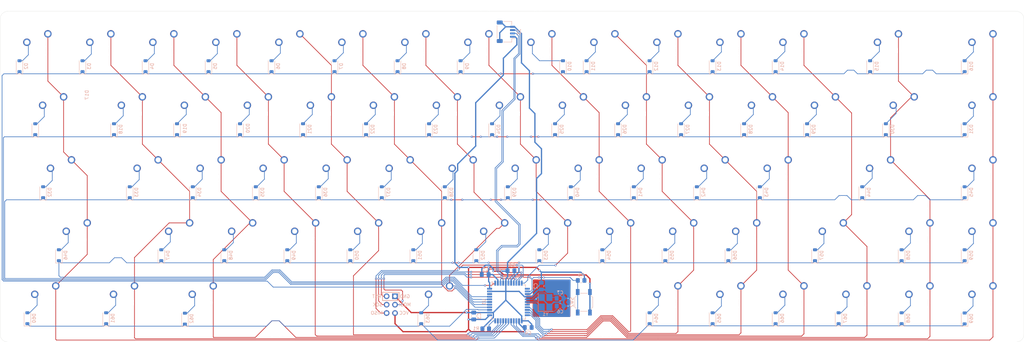
<source format=kicad_pcb>
(kicad_pcb (version 20241229) (generator "pcbnew") (generator_version "9.0")
  (layers (0 "F.Cu" signal) (2 "B.Cu" signal) (13 "F.Paste" user) (15 "B.Paste" user) (5 "F.SilkS" user "F.Silkscreen") (7 "B.SilkS" user "B.Silkscreen") (1 "F.Mask" user) (3 "B.Mask" user) (25 "Edge.Cuts" user))
  (net 0 "")
  (net 1 "GND")
  (net 2 "Net-(U1-UCAP)")
  (net 3 "+5V")
  (net 4 "XTAL1")
  (net 5 "row0")
  (net 6 "Net-(D2-A)")
  (net 7 "Net-(D3-A)")
  (net 8 "Net-(D4-A)")
  (net 9 "Net-(D5-A)")
  (net 10 "Net-(D6-A)")
  (net 11 "Net-(D7-A)")
  (net 12 "Net-(D8-A)")
  (net 13 "Net-(D9-A)")
  (net 14 "Net-(D10-A)")
  (net 15 "Net-(D11-A)")
  (net 16 "Net-(D12-A)")
  (net 17 "Net-(D13-A)")
  (net 18 "Net-(D14-A)")
  (net 19 "Net-(D15-A)")
  (net 20 "Net-(D16-A)")
  (net 21 "Net-(D17-A)")
  (net 22 "row1")
  (net 23 "Net-(D18-A)")
  (net 24 "Net-(D19-A)")
  (net 25 "Net-(D20-A)")
  (net 26 "Net-(D21-A)")
  (net 27 "Net-(D22-A)")
  (net 28 "Net-(D23-A)")
  (net 29 "Net-(D24-A)")
  (net 30 "Net-(D25-A)")
  (net 31 "Net-(D26-A)")
  (net 32 "Net-(D27-A)")
  (net 33 "Net-(D28-A)")
  (net 34 "Net-(D29-A)")
  (net 35 "Net-(D30-A)")
  (net 36 "Net-(D31-A)")
  (net 37 "Net-(D32-A)")
  (net 38 "row2")
  (net 39 "Net-(D33-A)")
  (net 40 "Net-(D34-A)")
  (net 41 "Net-(D35-A)")
  (net 42 "Net-(D36-A)")
  (net 43 "Net-(D37-A)")
  (net 44 "Net-(D38-A)")
  (net 45 "Net-(D39-A)")
  (net 46 "Net-(D40-A)")
  (net 47 "Net-(D41-A)")
  (net 48 "Net-(D42-A)")
  (net 49 "Net-(D43-A)")
  (net 50 "Net-(D44-A)")
  (net 51 "Net-(D45-A)")
  (net 52 "Net-(D46-A)")
  (net 53 "row3")
  (net 54 "Net-(D47-A)")
  (net 55 "Net-(D48-A)")
  (net 56 "Net-(D49-A)")
  (net 57 "Net-(D50-A)")
  (net 58 "Net-(D51-A)")
  (net 59 "Net-(D52-A)")
  (net 60 "Net-(D53-A)")
  (net 61 "Net-(D54-A)")
  (net 62 "Net-(D55-A)")
  (net 63 "Net-(D56-A)")
  (net 64 "Net-(D57-A)")
  (net 65 "Net-(D58-A)")
  (net 66 "Net-(D59-A)")
  (net 67 "row4")
  (net 68 "Net-(D60-A)")
  (net 69 "Net-(D61-A)")
  (net 70 "Net-(D62-A)")
  (net 71 "Net-(D63-A)")
  (net 72 "Net-(D64-A)")
  (net 73 "Net-(D65-A)")
  (net 74 "Net-(D66-A)")
  (net 75 "Net-(D67-A)")
  (net 76 "Net-(D68-A)")
  (net 77 "Net-(D69-A)")
  (net 78 "SCK")
  (net 79 "MISO")
  (net 80 "RESET")
  (net 81 "MOSI")
  (net 82 "Net-(U1-~{HWB}{slash}PE2)")
  (net 83 "D-")
  (net 84 "D+")
  (net 85 "col0")
  (net 86 "col1")
  (net 87 "col2")
  (net 88 "col3")
  (net 89 "col4")
  (net 90 "col5")
  (net 91 "col6")
  (net 92 "col7")
  (net 93 "col8")
  (net 94 "col9")
  (net 95 "col10")
  (net 96 "col11")
  (net 97 "col12")
  (net 98 "col13")
  (net 99 "col14")
  (net 102 "XTAL2")
  (net 103 "unconnected-(U1-PB7-Pad12)")
  (footprint "MX_Only:MXOnly-1.25U-NoLED" (layer "F.Cu") (at 103.98125 149.225)
    (property "Reference" "SW61")
    (property "Value" "WIN")
  )
  (footprint "MX_Only:MXOnly-1U-NoLED" (layer "F.Cu") (at 220.6625 92.075)
    (property "Reference" "SW24")
    (property "Value" "U")
  )
  (footprint "MX_Only:MXOnly-1U-NoLED" (layer "F.Cu") (at 258.7625 92.075)
    (property "Reference" "SW26")
    (property "Value" "O")
  )
  (footprint "MX_Only:MXOnly-1U-NoLED" (layer "F.Cu") (at 277.8125 92.075)
    (property "Reference" "SW27")
    (property "Value" "P")
  )
  (footprint "MX_Only:MXOnly-1U-NoLED" (layer "F.Cu") (at 263.525 111.125)
    (property "Reference" "SW41")
    (property "Value" "L")
  )
  (footprint "MX_Only:MXOnly-1U-NoLED" (layer "F.Cu") (at 325.4375 149.225)
    (property "Reference" "SW67")
    (property "Value" "LEFT")
  )
  (footprint "MX_Only:MXOnly-1U-NoLED" (layer "F.Cu") (at 292.1 130.175)
    (property "Reference" "SW56")
    (property "Value" "/?")
  )
  (footprint "MX_Only:MXOnly-1U-NoLED" (layer "F.Cu") (at 215.9 130.175)
    (property "Reference" "SW52")
    (property "Value" "N")
  )
  (footprint "MX_Only:MXOnly-1U-NoLED" (layer "F.Cu") (at 282.575 111.125)
    (property "Reference" "SW42")
    (property "Value" ";:")
  )
  (footprint "MX_Only:MXOnly-1U-NoLED" (layer "F.Cu") (at 96.8375 73.025)
    (property "Reference" "SW3")
    (property "Value" "#1")
  )
  (footprint "MX_Only:MXOnly-1U-NoLED" (layer "F.Cu") (at 344.4875 149.225)
    (property "Reference" "SW68")
    (property "Value" "DOWN")
  )
  (footprint "MX_Only:MXOnly-1U-NoLED" (layer "F.Cu") (at 363.5375 130.175)
    (property "Reference" "SW59")
    (property "Value" "DEL")
  )
  (footprint "MX_Only:MXOnly-1U-NoLED" (layer "F.Cu") (at 363.5375 92.075)
    (property "Reference" "SW31")
    (property "Value" "NEXT")
  )
  (footprint "MX_Only:MXOnly-1U-NoLED" (layer "F.Cu") (at 130.175 111.125)
    (property "Reference" "SW34")
    (property "Value" "S")
  )
  (footprint "MX_Only:MXOnly-1U-NoLED" (layer "F.Cu") (at 363.5375 73.025)
    (property "Reference" "SW16")
    (property "Value" "PAUSE")
  )
  (footprint "MX_Only:MXOnly-1U-NoLED" (layer "F.Cu") (at 306.3875 149.225)
    (property "Reference" "SW66")
    (property "Value" "CTRL")
  )
  (footprint "MX_Only:MXOnly-1U-NoLED" (layer "F.Cu") (at 153.9875 73.025)
    (property "Reference" "SW6")
    (property "Value" "#4")
  )
  (footprint "MX_Only:MXOnly-1U-NoLED" (layer "F.Cu") (at 106.3625 92.075)
    (property "Reference" "SW18")
    (property "Value" "Q")
  )
  (footprint "MX_Only:MXOnly-1U-NoLED" (layer "F.Cu") (at 192.0875 73.025)
    (property "Reference" "SW8")
    (property "Value" "#6")
  )
  (footprint "MX_Only:MXOnly-1U-NoLED" (layer "F.Cu") (at 182.5625 92.075)
    (property "Reference" "SW22")
    (property "Value" "T")
  )
  (footprint "MX_Only:MXOnly-1U-NoLED" (layer "F.Cu") (at 244.475 111.125)
    (property "Reference" "SW40")
    (property "Value" "K")
  )
  (footprint "MX_Only:MXOnly-1U-NoLED" (layer "F.Cu") (at 234.95 130.175)
    (property "Reference" "SW53")
    (property "Value" "M")
  )
  (footprint "MX_Only:MXOnly-2U-NoLED" (layer "F.Cu") (at 334.9625 73.025)
    (property "Reference" "SW15")
    (property "Value" "BSPC")
  )
  (footprint "MX_Only:MXOnly-1U-NoLED" (layer "F.Cu") (at 211.1375 73.025)
    (property "Reference" "SW9")
    (property "Value" "#7")
  )
  (footprint "MX_Only:MXOnly-1U-NoLED" (layer "F.Cu") (at 144.4625 92.075)
    (property "Reference" "SW20")
    (property "Value" "E")
  )
  (footprint "MX_Only:MXOnly-1U-NoLED" (layer "F.Cu") (at 139.7 130.175)
    (property "Reference" "SW48")
    (property "Value" "X")
  )
  (footprint "MX_Only:MXOnly-1U-NoLED" (layer "F.Cu") (at 344.4875 130.175)
    (property "Reference" "SW58")
    (property "Value" "UP")
  )
  (footprint "MX_Only:MXOnly-1.25U-NoLED" (layer "F.Cu") (at 80.16875 149.225)
    (property "Reference" "SW60")
    (property "Value" "CTRL")
  )
  (footprint "MX_Only:MXOnly-1U-NoLED" (layer "F.Cu") (at 206.375 111.125)
    (property "Reference" "SW38")
    (property "Value" "H")
  )
  (footprint "MX_Only:MXOnly-1U-NoLED" (layer "F.Cu") (at 254 130.175)
    (property "Reference" "SW54")
    (property "Value" ",<")
  )
  (footprint "MX_Only:MXOnly-1U-NoLED" (layer "F.Cu") (at 287.3375 149.225)
    (property "Reference" "SW65")
    (property "Value" "FN")
  )
  (footprint "MX_Only:MXOnly-1U-NoLED" (layer "F.Cu") (at 249.2375 73.025)
    (property "Reference" "SW11")
    (property "Value" "#9")
  )
  (footprint "MX_Only:MXOnly-1U-NoLED" (layer "F.Cu") (at 173.0375 73.025)
    (property "Reference" "SW7")
    (property "Value" "#5")
  )
  (footprint "MX_Only:MXOnly-1U-NoLED" (layer "F.Cu") (at 268.2875 73.025)
    (property "Reference" "SW12")
    (property "Value" "#0")
  )
  (footprint "MX_Only:MXOnly-1U-NoLED" (layer "F.Cu") (at 187.325 111.125)
    (property "Reference" "SW37")
    (property "Value" "G")
  )
  (footprint "MX_Only:MXOnly-1U-NoLED" (layer "F.Cu") (at 287.3375 73.025)
    (property "Reference" "SW13")
    (property "Value" "-_")
  )
  (footprint "MX_Only:MXOnly-1U-NoLED" (layer "F.Cu") (at 196.85 130.175)
    (property "Reference" "SW51")
    (property "Value" "B")
  )
  (footprint "MX_Only:MXOnly-1U-NoLED" (layer "F.Cu") (at 120.65 130.175)
    (property "Reference" "SW47")
    (property "Value" "Z")
  )
  (footprint "MX_Only:MXOnly-1U-NoLED" (layer "F.Cu") (at 315.9125 92.075)
    (property "Reference" "SW29")
    (property "Value" "]}")
  )
  (footprint "MX_Only:MXOnly-1U-NoLED" (layer "F.Cu") (at 163.5125 92.075)
    (property "Reference" "SW21")
    (property "Value" "R")
  )
  (footprint "MX_Only:MXOnly-1.5U-NoLED" (layer "F.Cu") (at 339.725 92.075)
    (property "Reference" "SW30")
    (property "Value" "\\|")
  )
  (footprint "MX_Only:MXOnly-1U-NoLED" (layer "F.Cu") (at 111.125 111.125)
    (property "Reference" "SW33")
    (property "Value" "A")
  )
  (footprint "MX_Only:MXOnly-1U-NoLED" (layer "F.Cu") (at 149.225 111.125)
    (property "Reference" "SW35")
    (property "Value" "D")
  )
  (footprint "MX_Only:MXOnly-2.25U-NoLED" (layer "F.Cu") (at 332.58125 111.125)
    (property "Reference" "SW44")
    (property "Value" "ENTR")
  )
  (footprint "MX_Only:MXOnly-1U-NoLED" (layer "F.Cu") (at 363.5375 111.125)
    (property "Reference" "SW45")
    (property "Value" "PRVS")
  )
  (footprint "MX_Only:MXOnly-1U-NoLED" (layer "F.Cu") (at 306.3875 73.025)
    (property "Reference" "SW14")
    (property "Value" "=+")
  )
  (footprint "MX_Only:MXOnly-1U-NoLED" (layer "F.Cu") (at 201.6125 92.075)
    (property "Reference" "SW23")
    (property "Value" "Y")
  )
  (footprint "MX_Only:MXOnly-1.75U-NoLED" (layer "F.Cu") (at 84.93125 111.125)
    (property "Reference" "SW32")
    (property "Value" "CPSLCK")
  )
  (footprint "MX_Only:MXOnly-1U-NoLED" (layer "F.Cu") (at 158.75 130.175)
    (property "Reference" "SW49")
    (property "Value" "C")
  )
  (footprint "MX_Only:MXOnly-1U-NoLED" (layer "F.Cu") (at 77.7875 73.025)
    (property "Reference" "SW1")
    (property "Value" "`~")
  )
  (footprint "MX_Only:MXOnly-1U-NoLED" (layer "F.Cu") (at 115.8875 73.025)
    (property "Reference" "SW4")
    (property "Value" "#2")
  )
  (footprint "MX_Only:MXOnly-6.25U-NoLED" (layer "F.Cu") (at 199.23125 149.225)
    (property "Reference" "SW63")
    (property "Value" "SPC")
  )
  (footprint "MX_Only:MXOnly-1U-NoLED" (layer "F.Cu") (at 268.2875 149.225)
    (property "Reference" "SW64")
    (property "Value" "ALT")
  )
  (footprint "MX_Only:MXOnly-1U-NoLED" (layer "F.Cu") (at 301.625 111.125)
    (property "Reference" "SW43")
    (property "Value" "'\"")
  )
  (footprint "MX_Only:MXOnly-1U-NoLED" (layer "F.Cu") (at 239.7125 92.075)
    (property "Reference" "SW25")
    (property "Value" "I")
  )
  (footprint "MX_Only:MXOnly-1U-NoLED" (layer "F.Cu") (at 273.05 130.175)
    (property "Reference" "SW55")
    (property "Value" ".>")
  )
  (footprint "MX_Only:MXOnly-1U-NoLED" (layer "F.Cu") (at 177.8 130.175)
    (property "Reference" "SW50")
    (property "Value" "V")
  )
  (footprint "MX_Only:MXOnly-1U-NoLED" (layer "F.Cu") (at 296.8625 92.075)
    (property "Reference" "SW28")
    (property "Value" "[{")
  )
  (footprint "MX_Only:MXOnly-1.75U-NoLED" (layer "F.Cu") (at 318.29375 130.175)
    (property "Reference" "SW57")
    (property "Value" "SHFT")
  )
  (footprint "MX_Only:MXOnly-1U-NoLED" (layer "F.Cu") (at 363.5375 149.225)
    (property "Reference" "SW69")
    (property "Value" "RIGHT")
  )
  (footprint "MX_Only:MXOnly-1U-NoLED" (layer "F.Cu") (at 134.9375 73.025)
    (property "Reference" "SW5")
    (property "Value" "#3")
  )
  (footprint "MX_Only:MXOnly-1U-NoLED" (layer "F.Cu") (at 225.425 111.125)
    (property "Reference" "SW39")
    (property "Value" "J")
  )
  (footprint "MX_Only:MXOnly-2.25U-NoLED" (layer "F.Cu") (at 89.69375 130.175)
    (property "Reference" "SW46")
    (property "Value" "SHFT")
  )
  (footprint "MX_Only:MXOnly-1.25U-NoLED" (layer "F.Cu") (at 127.79375 149.225)
    (property "Reference" "SW62")
    (property "Value" "ALT")
  )
  (footprint "MX_Only:MXOnly-1U-NoLED" (layer "F.Cu") (at 125.4125 92.075)
    (property "Reference" "SW19")
    (property "Value" "W")
  )
  (footprint "MX_Only:MXOnly-1U-NoLED" (layer "F.Cu") (at 230.1875 73.025)
    (property "Reference" "SW10")
    (property "Value" "#8")
  )
  (footprint "MX_Only:MXOnly-1U-NoLED" (layer "F.Cu") (at 168.275 111.125)
    (property "Reference" "SW36")
    (property "Value" "F")
  )
  (footprint "MX_Only:MXOnly-1.5U-NoLED" (layer "F.Cu") (at 82.55 92.075)
    (property "Reference" "SW17")
    (property "Value" "TAB")
  )
  (footprint "Diode_SMD:D_SOD-123" (layer "B.Cu") (at 209.8675 134.875 90)
    (property "Reference" "D52")
    (property "Value" "D")
  )
  (footprint "Diode_SMD:D_SOD-123" (layer "B.Cu") (at 236.06125 77.725 90)
    (property "Reference" "D10")
    (property "Value" "D")
  )
  (footprint "Diode_SMD:D_SOD-123" (layer "B.Cu") (at 257.4925 115.825 90)
    (property "Reference" "D41")
    (property "Value" "D")
  )
  (footprint "Diode_SMD:D_SOD-123" (layer "B.Cu") (at 121.76125 154.05 90)
    (property "Reference" "D62")
    (property "Value" "D")
  )
  (footprint "Diode_SMD:D_SOD-123" (layer "B.Cu") (at 319.405 153.925 90)
    (property "Reference" "D67")
    (property "Value" "D")
  )
  (footprint "Diode_SMD:D_SOD-123" (layer "B.Cu") (at 162.2425 115.825 90)
    (property "Reference" "D36")
    (property "Value" "D")
  )
  (footprint "Diode_SMD:D_SOD-123" (layer "B.Cu") (at 152.7175 134.875 90)
    (property "Reference" "D49")
    (property "Value" "D")
  )
  (footprint "Diode_SMD:D_SOD-123" (layer "B.Cu") (at 286.0675 134.875 90)
    (property "Reference" "D56")
    (property "Value" "D")
  )
  (footprint "Resistor_SMD:R_0805_2012Metric_Pad1.20x1.40mm_HandSolder" (layer "B.Cu") (at 241.554 142.494 180)
    (property "Reference" "R5")
    (property "Value" "10k")
  )
  (footprint "Diode_SMD:D_SOD-123" (layer "B.Cu") (at 114.6175 134.875 90)
    (property "Reference" "D47")
    (property "Value" "D")
  )
  (footprint "Capacitor_SMD:C_0805_2012Metric_Pad1.18x1.45mm_HandSolder" (layer "B.Cu") (at 235.2255 150.241 180)
    (property "Reference" "C6")
    (property "Value" "22pF")
  )
  (footprint "Diode_SMD:D_SOD-123" (layer "B.Cu") (at 290.83 96.775 90)
    (property "Reference" "D28")
    (property "Value" "D")
  )
  (footprint "Diode_SMD:D_SOD-123" (layer "B.Cu") (at 143.1925 115.825 90)
    (property "Reference" "D35")
    (property "Value" "D")
  )
  (footprint "Capacitor_SMD:C_0805_2012Metric_Pad1.18x1.45mm_HandSolder" (layer "B.Cu") (at 229.532 144.2212 -90)
    (property "Reference" "C2")
    (property "Value" "0.1uF")
  )
  (footprint "Diode_SMD:D_SOD-123" (layer "B.Cu") (at 147.955 77.725 90)
    (property "Reference" "D6")
    (property "Value" "D")
  )
  (footprint "Diode_SMD:D_SOD-123" (layer "B.Cu") (at 312.26125 134.875 90)
    (property "Reference" "D57")
    (property "Value" "D")
  )
  (footprint "Connector_JST:JST_SH_SM04B-SRSS-TB_1x04-1MP_P1.00mm_Horizontal" (layer "B.Cu") (at 218.821 67.31 90)
    (property "Reference" "J2")
    (property "Value" "Conn_01x04_MountingPin")
  )
  (footprint "Diode_SMD:D_SOD-123" (layer "B.Cu") (at 176.53 96.775 90)
    (property "Reference" "D22")
    (property "Value" "D")
  )
  (footprint "Diode_SMD:D_SOD-123" (layer "B.Cu") (at 326.54875 115.825 90)
    (property "Reference" "D44")
    (property "Value" "D")
  )
  (footprint "Diode_SMD:D_SOD-123" (layer "B.Cu") (at 295.5925 115.825 90)
    (property "Reference" "D43")
    (property "Value" "D")
  )
  (footprint "Diode_SMD:D_SOD-123" (layer "B.Cu") (at 90.805 77.725 90)
    (property "Reference" "D3")
    (property "Value" "D")
  )
  (footprint "Diode_SMD:D_SOD-123" (layer "B.Cu") (at 357.505 77.725 90)
    (property "Reference" "D16")
    (property "Value" "D")
  )
  (footprint "Diode_SMD:D_SOD-123" (layer "B.Cu") (at 309.88 96.775 90)
    (property "Reference" "D29")
    (property "Value" "D")
  )
  (footprint "Diode_SMD:D_SOD-123" (layer "B.Cu") (at 105.0925 115.825 90)
    (property "Reference" "D33")
    (property "Value" "D")
  )
  (footprint "Diode_SMD:D_SOD-123" (layer "B.Cu") (at 357.505 115.825 90)
    (property "Reference" "D45")
    (property "Value" "D")
  )
  (footprint "Diode_SMD:D_SOD-123" (layer "B.Cu") (at 357.505 96.775 90)
    (property "Reference" "D31")
    (property "Value" "D")
  )
  (footprint "Diode_SMD:D_SOD-123" (layer "B.Cu") (at 338.455 153.925 90)
    (property "Reference" "D68")
    (property "Value" "D")
  )
  (footprint "Diode_SMD:D_SOD-123" (layer "B.Cu") (at 333.6925 96.775 90)
    (property "Reference" "D30")
    (property "Value" "D")
  )
  (footprint "Diode_SMD:D_SOD-123" (layer "B.Cu") (at 83.66125 134.875 90)
    (property "Reference" "D46")
    (property "Value" "D")
  )
  (footprint "Diode_SMD:D_SOD-123" (layer "B.Cu") (at 128.905 77.725 90)
    (property "Reference" "D5")
    (property "Value" "D")
  )
  (footprint "Diode_SMD:D_SOD-123" (layer "B.Cu") (at 200.3425 115.825 90)
    (property "Reference" "D38")
    (property "Value" "D")
  )
  (footprint "Diode_SMD:D_SOD-123" (layer "B.Cu") (at 124.1425 115.825 90)
    (property "Reference" "D34")
    (property "Value" "D")
  )
  (footprint "Capacitor_SMD:C_0805_2012Metric_Pad1.18x1.45mm_HandSolder" (layer "B.Cu") (at 235.2001 147.9042 180)
    (property "Reference" "C7")
    (property "Value" "22pF")
  )
  (footprint "Diode_SMD:D_SOD-123" (layer "B.Cu") (at 276.5425 115.825 90)
    (property "Reference" "D42")
    (property "Value" "D")
  )
  (footprint "Diode_SMD:D_SOD-123" (layer "B.Cu") (at 357.505 153.9875 90)
    (property "Reference" "D69")
    (property "Value" "D")
  )
  (footprint "Button_Switch_SMD:SW_SPST_SKQG_WithStem" (layer "B.Cu") (at 242.371 149.098 -90)
    (property "Reference" "SW2")
    (property "Value" "SW_Push_Reset")
  )
  (footprint "Diode_SMD:D_SOD-123" (layer "B.Cu") (at 267.0175 134.875 90)
    (property "Reference" "D55")
    (property "Value" "D")
  )
  (footprint "Diode_SMD:D_SOD-123" (layer "B.Cu") (at 214.63 96.775 90)
    (property "Reference" "D24")
    (property "Value" "D")
  )
  (footprint "Diode_SMD:D_SOD-123" (layer "B.Cu") (at 195.58 96.775 90)
    (property "Reference" "D23")
    (property "Value" "D")
  )
  (footprint "Diode_SMD:D_SOD-123" (layer "B.Cu") (at 193.19875 153.925 90)
    (property "Reference" "D63")
    (property "Value" "D")
  )
  (footprint "random-keyboard-parts:Reset_Pretty-Mask" (layer "B.Cu") (at 184.017225 149.824145)
    (property "Reference" "J1")
    (property "Value" "AVR-ISP-6")
  )
  (footprint "Diode_SMD:D_SOD-123" (layer "B.Cu") (at 262.255 153.925 90)
    (property "Reference" "D64")
    (property "Value" "D")
  )
  (footprint "Diode_SMD:D_SOD-123" (layer "B.Cu") (at 238.4425 115.825 90)
    (property "Reference" "D40")
    (property "Value" "D")
  )
  (footprint "Diode_SMD:D_SOD-123" (layer "B.Cu") (at 281.305 77.725 90)
    (property "Reference" "D13")
    (property "Value" "D")
  )
  (footprint "Diode_SMD:D_SOD-123" (layer "B.Cu") (at 338.455 134.875 90)
    (property "Reference" "D58")
    (property "Value" "D")
  )
  (footprint "Diode_SMD:D_SOD-123" (layer "B.Cu") (at 74.13625 153.925 90)
    (property "Reference" "D60")
    (property "Value" "D")
  )
  (footprint "Diode_SMD:D_SOD-123" (layer "B.Cu") (at 97.94875 153.925 90)
    (property "Reference" "D61")
    (property "Value" "D")
  )
  (footprint "Diode_SMD:D_SOD-123" (layer "B.Cu") (at 100.33 96.775 90)
    (property "Reference" "D18")
    (property "Value" "D")
  )
  (footprint "Capacitor_SMD:C_0805_2012Metric_Pad1.18x1.45mm_HandSolder" (layer "B.Cu") (at 212.555 140.7125 180)
    (property "Reference" "C5")
    (property "Value" "10uF")
  )
  (footprint "Capacitor_SMD:C_0805_2012Metric_Pad1.18x1.45mm_HandSolder" (layer "B.Cu") (at 225.552 156.718)
    (property "Reference" "C4")
    (property "Value" "0.1uF")
  )
  (footprint "Diode_SMD:D_SOD-123" (layer "B.Cu") (at 219.3925 115.825 90)
    (property "Reference" "D39")
    (property "Value" "D")
  )
  (footprint "Diode_SMD:D_SOD-123" (layer "B.Cu") (at 243.205 77.725 90)
    (property "Reference" "D11")
    (property "Value" "D")
  )
  (footprint "Capacitor_SMD:C_0805_2012Metric_Pad1.18x1.45mm_HandSolder" (layer "B.Cu") (at 209.0925 153.25 90)
    (property "Reference" "C3")
    (property "Value" "0.1uF")
  )
  (footprint "Diode_SMD:D_SOD-123" (layer "B.Cu") (at 247.9675 134.875 90)
    (property "Reference" "D54")
    (property "Value" "D")
  )
  (footprint "Diode_SMD:D_SOD-123" (layer "B.Cu") (at 300.355 77.725 90)
    (property "Reference" "D14")
    (property "Value" "D")
  )
  (footprint "Diode_SMD:D_SOD-123" (layer "B.Cu") (at 190.8175 134.875 90)
    (property "Reference" "D51")
    (property "Value" "D")
  )
  (footprint "Diode_SMD:D_SOD-123" (layer "B.Cu") (at 133.6675 134.875 90)
    (property "Reference" "D48")
    (property "Value" "D")
  )
  (footprint "Diode_SMD:D_SOD-123" (layer "B.Cu") (at 300.355 153.925 90)
    (property "Reference" "D66")
    (property "Value" "D")
  )
  (footprint "Diode_SMD:D_SOD-123" (layer "B.Cu") (at 119.38 96.775 90)
    (property "Reference" "D19")
    (property "Value" "D")
  )
  (footprint "Diode_SMD:D_SOD-123" (layer "B.Cu") (at 138.43 96.775 90)
    (property "Reference" "D20")
    (property "Value" "D")
  )
  (footprint "Diode_SMD:D_SOD-123" (layer "B.Cu") (at 281.305 153.925 90)
    (property "Reference" "D65")
    (property "Value" "D")
  )
  (footprint "Diode_SMD:D_SOD-123" (layer "B.Cu") (at 78.89875 115.825 90)
    (property "Reference" "D32")
    (property "Value" "D")
  )
  (footprint "Diode_SMD:D_SOD-123" (layer "B.Cu") (at 167.005 77.725 90)
    (property "Reference" "D7")
    (property "Value" "D")
  )
  (footprint "Diode_SMD:D_SOD-123" (layer "B.Cu") (at 328.93 77.725 90)
    (property "Reference" "D15")
    (property "Value" "D")
  )
  (footprint "Package_QFP:TQFP-44_10x10mm_P0.8mm" (layer "B.Cu") (at 219.58625 149.0125 -90)
    (property "Reference" "U1")
    (property "Value" "ATmega32U4-A")
  )
  (footprint "Diode_SMD:D_SOD-123" (layer "B.Cu") (at 262.255 77.725 90)
    (property "Reference" "D12")
    (property "Value" "D")
  )
  (footprint "Diode_SMD:D_SOD-123" (layer "B.Cu") (at 186.055 77.725 90)
    (property "Reference" "D8")
    (property "Value" "D")
  )
  (footprint "Diode_SMD:D_SOD-123" (layer "B.Cu") (at 76.5175 96.775 90)
    (property "Reference" "D17")
    (property "Value" "D")
  )
  (footprint "Diode_SMD:D_SOD-123" (layer "B.Cu") (at 271.78 96.775 90)
    (property "Reference" "D27")
    (property "Value" "D")
  )
  (footprint "Diode_SMD:D_SOD-123" (layer "B.Cu") (at 181.2925 115.825 90)
    (property "Reference" "D37")
    (property "Value" "D")
  )
  (footprint "Diode_SMD:D_SOD-123" (layer "B.Cu") (at 252.73 96.775 90)
    (property "Reference" "D26")
    (property "Value" "D")
  )
  (footprint "Diode_SMD:D_SOD-123" (layer "B.Cu") (at 357.505 134.875 90)
    (property "Reference" "D59")
    (property "Value" "D")
  )
  (footprint "Resistor_SMD:R_0805_2012Metric_Pad1.20x1.40mm_HandSolder" (layer "B.Cu") (at 212.709 157.099 180)
    (property "Reference" "R1")
    (property "Value" "10k")
  )
  (footprint "Diode_SMD:D_SOD-123" (layer "B.Cu") (at 71.755 77.725 90)
    (property "Reference" "D2")
    (property "Value" "D")
  )
  (footprint "Diode_SMD:D_SOD-123" (layer "B.Cu") (at 205.105 77.725 90)
    (property "Reference" "D9")
    (property "Value" "D")
  )
  (footprint "Diode_SMD:D_SOD-123" (layer "B.Cu") (at 157.48 96.775 90)
    (property "Reference" "D21")
    (property "Value" "D")
  )
  (footprint "Diode_SMD:D_SOD-123" (layer "B.Cu") (at 228.9175 134.875 90)
    (property "Reference" "D53")
    (property "Value" "D")
  )
  (footprint "Capacitor_SMD:C_0805_2012Metric_Pad1.18x1.45mm_HandSolder" (layer "B.Cu") (at 220.345 139.573 180)
    (property "Reference" "C1")
    (property "Value" "1uF")
  )
  (footprint "Diode_SMD:D_SOD-123" (layer "B.Cu") (at 233.68 96.775 90)
    (property "Reference" "D25")
    (property "Value" "D")
  )
  (footprint "Diode_SMD:D_SOD-123" (layer "B.Cu") (at 171.7675 134.875 90)
    (property "Reference" "D50")
    (property "Value" "D")
  )
  (footprint "Crystal:Crystal_SMD_3225-4Pin_3.2x2.5mm_HandSoldering" (layer "B.Cu") (at 230.809 149.1002 90)
    (property "Reference" "Y1")
    (property "Value" "16MHz")
  )
  (footprint "Diode_SMD:D_SOD-123" (layer "B.Cu") (at 109.855 77.725 90)
    (property "Reference" "D4")
    (property "Value" "D")
  )
  (gr_arc (start 68.2625 161.13125) (mid 66.578702 160.433798) (end 65.88125 158.75) (stroke (width 0.05)) (layer "Edge.Cuts"))
  (gr_line (start 211.1375 61.11875) (end 213.51875 61.11875) (stroke (width 0.05)) (layer "Edge.Cuts"))
  (gr_line (start 65.88125 158.75) (end 65.88125 63.5) (stroke (width 0.05)) (layer "Edge.Cuts"))
  (gr_line (start 213.51875 61.11875) (end 227.80625 61.11875) (stroke (width 0.05)) (layer "Edge.Cuts"))
  (gr_line (start 373.0625 61.11875) (end 229.39375 61.11875) (stroke (width 0.05)) (layer "Edge.Cuts"))
  (gr_arc (start 65.88125 63.5) (mid 66.578702 61.816202) (end 68.2625 61.11875) (stroke (width 0.05)) (layer "Edge.Cuts"))
  (gr_line (start 68.2625 61.11875) (end 211.1375 61.11875) (stroke (width 0.05)) (layer "Edge.Cuts"))
  (gr_arc (start 375.44375 158.75) (mid 374.746298 160.433798) (end 373.0625 161.13125) (stroke (width 0.05)) (layer "Edge.Cuts"))
  (gr_line (start 227.80625 61.118749) (end 229.39375 61.11875) (stroke (width 0.05)) (layer "Edge.Cuts"))
  (gr_arc (start 373.0625 61.11875) (mid 374.746298 61.816202) (end 375.44375 63.5) (stroke (width 0.05)) (layer "Edge.Cuts"))
  (gr_line (start 375.44375 158.75) (end 375.44375 63.5) (stroke (width 0.05)) (layer "Edge.Cuts"))
  (gr_line (start 148.43125 161.13125) (end 155.575 161.13125) (stroke (width 0.05)) (layer "Edge.Cuts"))
  (gr_line (start 148.43125 161.13125) (end 68.2625 161.13125) (stroke (width 0.05)) (layer "Edge.Cuts"))
  (gr_line (start 155.575 161.13125) (end 373.0625 161.13125) (stroke (width 0.05)) (layer "Edge.Cuts"))
  (segment (start 217.505714 139.681786) (end 215.029214 139.681786) (width 0.381) (layer "F.Cu") (net 1))
  (segment (start 218.186 140.843) (end 217.4875 140.1445) (width 0.381) (layer "F.Cu") (net 1))
  (segment (start 244.221 141.986) (end 243.078 140.843) (width 0.381) (layer "F.Cu") (net 1))
  (segment (start 244.221 143.383) (end 244.221 141.986) (width 0.381) (layer "F.Cu") (net 1))
  (segment (start 217.4875 140.1445) (end 217.4875 139.7) (width 0.381) (layer "F.Cu") (net 1))
  (segment (start 217.4875 139.7) (end 217.505714 139.681786) (width 0.381) (layer "F.Cu") (net 1))
  (segment (start 185.287225 147.314225) (end 185.287225 147.284145) (width 0.381) (layer "F.Cu") (net 1))
  (segment (start 190.1855 152.2125) (end 185.287225 147.314225) (width 0.381) (layer "F.Cu") (net 1))
  (segment (start 215.029214 139.681786) (end 215.011 139.7) (width 0.381) (layer "F.Cu") (net 1))
  (segment (start 206.8275 152.2125) (end 190.1855 152.2125) (width 0.381) (layer "F.Cu") (net 1))
  (segment (start 243.078 140.843) (end 218.186 140.843) (width 0.381) (layer "F.Cu") (net 1))
  (via (at 234.739 145.7452) (size 0.6) (drill 0.3) (layers "F.Cu" "B.Cu") (net 1))
  (via (at 215.011 139.7) (size 0.6) (drill 0.3) (layers "F.Cu" "B.Cu") (net 1))
  (via (at 244.221 143.383) (size 0.6) (drill 0.3) (layers "F.Cu" "B.Cu") (net 1))
  (via (at 237.617 150.241) (size 0.6) (drill 0.3) (layers "F.Cu" "B.Cu") (net 1))
  (via (at 206.8275 152.2125) (size 0.6) (drill 0.3) (layers "F.Cu" "B.Cu") (net 1))
  (via (at 237.617 147.9042) (size 0.6) (drill 0.3) (layers "F.Cu" "B.Cu") (net 1))
  (via (at 217.505714 139.681786) (size 0.6) (drill 0.3) (layers "F.Cu" "B.Cu") (net 1))
  (via (at 227.965 148.082) (size 0.6) (drill 0.3) (layers "F.Cu" "B.Cu") (net 1))
  (segment (start 229.36425 145.09095) (end 229.532 145.2587) (width 0.381) (layer "B.Cu") (net 1))
  (segment (start 215.02775 152.223) (end 215.01725 152.2125) (width 0.381) (layer "B.Cu") (net 1))
  (segment (start 228.389 147.6502) (end 227.881 148.1582) (width 0.381) (layer "B.Cu") (net 1))
  (segment (start 223.58625 153.2435) (end 223.58625 154.7125) (width 0.381) (layer "B.Cu") (net 1))
  (segment (start 225.5785 154.7125) (end 223.58625 154.7125) (width 0.381) (layer "B.Cu") (net 1))
  (segment (start 229.659 147.6502) (end 228.389 147.6502) (width 0.381) (layer "B.Cu") (net 1))
  (segment (start 218.821 141.986) (end 218.821 143.27775) (width 0.381) (layer "B.Cu") (net 1))
  (segment (start 231.3266 146.1262) (end 233.215 146.1262) (width 0.381) (layer "B.Cu") (net 1))
  (segment (start 226.6025 147.4125) (end 228.7563 145.2587) (width 0.381) (layer "B.Cu") (net 1))
  (segment (start 231.959 150.4048) (end 233.2912 149.0726) (width 0.381) (layer "B.Cu") (net 1))
  (segment (start 222.80525 145.8125) (end 224.40525 147.4125) (width 0.381) (layer "B.Cu") (net 1))
  (segment (start 221.445086 65.81) (end 223.5235 67.888414) (width 0.381) (layer "B.Cu") (net 1))
  (segment (start 235.036 149.0726) (end 235.036 149.08335) (width 0.381) (layer "B.Cu") (net 1))
  (segment (start 227.584 100.711) (end 229.574094 102.701094) (width 0.381) (layer "B.Cu") (net 1))
  (segment (start 215.02775 153.679) (end 215.02775 152.223) (width 0.381) (layer "B.Cu") (net 1))
  (segment (start 218.78625 143.3125) (end 218.78625 148.4435) (width 0.381) (layer "B.Cu") (net 1))
  (segment (start 234.739 146.7612) (end 235.0946 146.7612) (width 0.381) (layer "B.Cu") (net 1))
  (segment (start 235.0946 146.7612) (end 236.2376 147.9042) (width 0.381) (layer "B.Cu") (net 1))
  (segment (start 233.85 146.7612) (end 234.739 146.7612) (width 0.381) (layer "B.Cu") (net 1))
  (segment (start 213.88625 145.8125) (end 222.80525 145.8125) (width 0.381) (layer "B.Cu") (net 1))
  (segment (start 231.959 150.2042) (end 231.959 150.5502) (width 0.381) (layer "B.Cu") (net 1))
  (segment (start 229.574094 102.701094) (end 229.574094 110.194094) (width 0.381) (layer "B.Cu") (net 1))
  (segment (start 219.329 141.478) (end 218.821 141.986) (width 0.381) (layer "B.Cu") (net 1))
  (segment (start 224.40525 147.4125) (end 225.28625 147.4125) (width 0.381) (layer "B.Cu") (net 1))
  (segment (start 226.5895 155.7235) (end 225.5785 154.7125) (width 0.381) (layer "B.Cu") (net 1))
  (segment (start 218.796214 139.681786) (end 218.905 139.573) (width 0.381) (layer "B.Cu") (net 1))
  (segment (start 230.4591 145.2587) (end 231.3266 146.1262) (width 0.381) (layer "B.Cu") (net 1))
  (segment (start 219.3075 137.0545) (end 219.3075 139.573) (width 0.381) (layer "B.Cu") (net 1))
  (segment (start 219.3075 139.573) (end 219.329 139.5945) (width 0.381) (layer "B.Cu") (net 1))
  (segment (start 231.959 150.5502) (end 231.959 150.4048) (width 0.381) (layer "B.Cu") (net 1))
  (segment (start 244.221 145.998) (end 244.221 152.198) (width 0.381) (layer "B.Cu") (net 1))
  (segment (start 235.036 149.08335) (end 236.24445 150.2918) (width 0.381) (layer "B.Cu") (net 1))
  (segment (start 233.2912 149.0726) (end 235.036 149.0726) (width 0.381) (layer "B.Cu") (net 1))
  (segment (start 220.821 65.81) (end 218.754 65.81) (width 0.381) (layer "B.Cu") (net 1))
  (segment (start 228.092 111.676188) (end 228.092 128.27) (width 0.381) (layer "B.Cu") (net 1))
  (segment (start 216.946 67.618) (end 216.946 70.11) (width 0.381) (layer "B.Cu") (net 1))
  (segment (start 219.329 139.5945) (end 219.329 141.478) (width 0.381) (layer "B.Cu") (net 1))
  (segment (start 236.2376 147.9042) (end 237.617 147.9042) (width 0.381) (layer "B.Cu") (net 1))
  (segment (start 225.933 79.121) (end 225.933 90.403688) (width 0.381) (layer "B.Cu") (net 1))
  (segment (start 228.092 128.27) (end 219.3075 137.0545) (width 0.381) (layer "B.Cu") (net 1))
  (segment (start 220.821 65.81) (end 221.445086 65.81) (width 0.381) (layer "B.Cu") (net 1))
  (segment (start 217.454 64.51) (end 216.946 64.51) (width 0.381) (layer "B.Cu") (net 1))
  (segment (start 212.6545 137.8655) (end 211.5175 139.0025) (width 0.381) (layer "B.Cu") (net 1))
  (segment (start 229.532 145.2587) (end 230.4591 145.2587) (width 0.381) (layer "B.Cu") (net 1))
  (segment (start 223.52 76.708) (end 225.933 79.121) (width 0.381) (layer "B.Cu") (net 1))
  (segment (start 218.821 143.27775) (end 218.78625 143.3125) (width 0.381) (layer "B.Cu") (net 1))
  (segment (start 229.659 147.9042) (end 231.959 150.2042) (width 0.381) (layer "B.Cu") (net 1))
  (segment (start 213.900429 137.8655) (end 212.6545 137.8655) (width 0.381) (layer "B.Cu") (net 1))
  (segment (start 236.24445 150.2918) (end 236.2552 150.2918) (width 0.381) (layer "B.Cu") (net 1))
  (segment (start 218.754 65.81) (end 217.454 64.51) (width 0.381) (layer "B.Cu") (net 1))
  (segment (start 227.584 92.054688) (end 227.584 100.711) (width 0.381) (layer "B.Cu") (net 1))
  (segment (start 218.905 139.573) (end 219.3075 139.573) (width 0.381) (layer "B.Cu") (net 1))
  (segment (start 234.739 146.7612) (end 234.739 145.7452) (width 0.381) (layer "B.Cu") (net 1))
  (segment (start 217.505714 139.681786) (end 218.796214 139.681786) (width 0.381) (layer "B.Cu") (net 1))
  (segment (start 225.28625 147.4125) (end 226.6025 147.4125) (width 0.381) (layer "B.Cu") (net 1))
  (segment (start 218.754 65.81) (end 216.946 67.618) (width 0.381) (layer "B.Cu") (net 1))
  (segment (start 229.574094 110.194094) (end 228.092 111.676188) (width 0.381) (layer "B.Cu") (net 1))
  (segment (start 235.036 149.0726) (end 236.2552 147.8534) (width 0.381) (layer "B.Cu") (net 1))
  (segment (start 209.0925 152.2125) (end 213.88625 152.2125) (width 0.381) (layer "B.Cu") (net 1))
  (segment (start 229.659 147.6502) (end 229.659 147.9042) (width 0.381) (layer "B.Cu") (net 1))
  (segment (start 215.011 138.976071) (end 213.900429 137.8655) (width 0.381) (layer "B.Cu") (net 1))
  (segment (start 237.617 150.241) (end 236.263 150.241) (width 0.381) (layer "B.Cu") (net 1))
  (segment (start 226.5895 156.718) (end 226.5895 155.7235) (width 0.381) (layer "B.Cu") (net 1))
  (segment (start 223.5235 67.888414) (end 223.5235 76.7045) (width 0.381) (layer "B.Cu") (net 1))
  (segment (start 206.8275 152.2125) (end 209.0925 152.2125) (width 0.381) (layer "B.Cu") (net 1))
  (segment (start 211.709 157.099) (end 211.709 156.99775) (width 0.381) (layer "B.Cu") (net 1))
  (segment (start 225.933 90.403688) (end 227.584 92.054688) (width 0.381) (layer "B.Cu") (net 1))
  (segment (start 218.78625 148.4435) (end 215.01725 152.2125) (width 0.381) (layer "B.Cu") (net 1))
  (segment (start 215.011 139.7) (end 215.011 138.976071) (width 0.381) (layer "B.Cu") (net 1))
  (segment (start 223.5235 76.7045) (end 223.52 76.708) (width 0.381) (layer "B.Cu") (net 1))
  (segment (start 211.5175 139.0025) (end 211.5175 140.7125) (width 0.381) (layer "B.Cu") (net 1))
  (segment (start 228.7563 145.2587) (end 229.532 145.2587) (width 0.381) (layer "B.Cu") (net 1))
  (segment (start 218.78625 148.4435) (end 223.58625 153.2435) (width 0.381) (layer "B.Cu") (net 1))
  (segment (start 211.709 156.99775) (end 215.02775 153.679) (width 0.381) (layer "B.Cu") (net 1))
  (segment (start 215.01725 152.2125) (end 213.88625 152.2125) (width 0.381) (layer "B.Cu") (net 1))
  (segment (start 244.221 143.383) (end 244.221 145.998) (width 0.381) (layer "B.Cu") (net 1))
  (segment (start 233.215 146.1262) (end 233.85 146.7612) (width 0.381) (layer "B.Cu") (net 1))
  (segment (start 221.361 140.462) (end 219.58625 142.23675) (width 0.2) (layer "B.Cu") (net 2))
  (segment (start 221.3825 139.573) (end 221.361 139.5945) (width 0.2) (layer "B.Cu") (net 2))
  (segment (start 219.58625 142.23675) (end 219.58625 143.3125) (width 0.2) (layer "B.Cu") (net 2))
  (segment (start 221.361 139.5945) (end 221.361 140.462) (width 0.2) (layer "B.Cu") (net 2))
  (segment (start 207.518 154.305) (end 207.518 157.226) (width 0.381) (layer "F.Cu") (net 3))
  (segment (start 187.706 157.988) (end 185.287225 155.569225) (width 0.381) (layer "F.Cu") (net 3))
  (segment (start 206.756 157.988) (end 187.706 157.988) (width 0.381) (layer "F.Cu") (net 3))
  (segment (start 207.518 138.557) (end 213.614 138.557) (width 0.381) (layer "F.Cu") (net 3))
  (segment (start 207.518 138.557) (end 207.518 154.305) (width 0.381) (layer "F.Cu") (net 3))
  (segment (start 213.614 138.557) (end 222.758 138.557) (width 0.381) (layer "F.Cu") (net 3))
  (segment (start 208.28 157.988) (end 224.5145 157.988) (width 0.381) (layer "F.Cu") (net 3))
  (segment (start 207.518 157.226) (end 206.756 157.988) (width 0.381) (layer "F.Cu") (net 3))
  (segment (start 222.758 138.557) (end 228.092 138.557) (width 0.381) (layer "F.Cu") (net 3))
  (segment (start 228.092 138.557) (end 228.981 139.446) (width 0.381) (layer "F.Cu") (net 3))
  (segment (start 207.518 157.226) (end 208.28 157.988) (width 0.381) (layer "F.Cu") (net 3))
  (segment (start 185.287225 155.569225) (end 185.287225 152.364145) (width 0.381) (layer "F.Cu") (net 3))
  (via (at 222.758 138.557) (size 0.6) (drill 0.3) (layers "F.Cu" "B.Cu") (net 3))
  (via (at 207.518 138.557) (size 0.6) (drill 0.3) (layers "F.Cu" "B.Cu") (net 3))
  (via (at 213.614 138.557) (size 0.6) (drill 0.3) (layers "F.Cu" "B.Cu") (net 3))
  (via (at 224.5145 157.988) (size 0.6) (drill 0.3) (layers "F.Cu" "B.Cu") (net 3))
  (via (at 228.981 139.446) (size 0.6) (drill 0.3) (layers "F.Cu" "B.Cu") (net 3))
  (via (at 207.518 154.305) (size 0.6) (drill 0.3) (layers "F.Cu" "B.Cu") (net 3))
  (segment (start 213.5925 140.7125) (end 213.88625 141.00625) (width 0.381) (layer "B.Cu") (net 3))
  (segment (start 228.981 139.446) (end 229.532 139.997) (width 0.381) (layer "B.Cu") (net 3))
  (segment (start 241.47 139.997) (end 242.554 141.081) (width 0.381) (layer "B.Cu") (net 3))
  (segment (start 225.28625 146.6125) (end 226.16725 146.6125) (width 0.381) (layer "B.Cu") (net 3))
  (segment (start 218.059 80.391) (end 209.677 88.773) (width 0.381) (layer "B.Cu") (net 3))
  (segment (start 203.3835 137.2165) (end 204.724 138.557) (width 0.381) (layer "B.Cu") (net 3))
  (segment (start 221.591 68.81) (end 222.123 69.342) (width 0.381) (layer "B.Cu") (net 3))
  (segment (start 207.518 154.305) (end 209.075 154.305) (width 0.381) (layer "B.Cu") (net 3))
  (segment (start 209.677 88.773) (end 209.677 101.854) (width 0.381) (layer "B.Cu") (net 3))
  (segment (start 209.075 154.305) (end 209.0925 154.2875) (width 0.381) (layer "B.Cu") (net 3))
  (segment (start 222.78625 155.5935) (end 222.78625 154.7125) (width 0.381) (layer "B.Cu") (net 3))
  (segment (start 203.3835 110.0525) (end 203.3835 137.2165) (width 0.381) (layer "B.Cu") (net 3))
  (segment (start 218.059 75.311) (end 218.059 80.391) (width 0.381) (layer "B.Cu") (net 3))
  (segment (start 229.532 143.24775) (end 229.532 143.1837) (width 0.381) (layer "B.Cu") (net 3))
  (segment (start 222.123 71.247) (end 218.059 75.311) (width 0.381) (layer "B.Cu") (net 3))
  (segment (start 224.5145 156.718) (end 223.91075 156.718) (width 0.381) (layer "B.Cu") (net 3))
  (segment (start 229.532 139.997) (end 241.47 139.997) (width 0.381) (layer "B.Cu") (net 3))
  (segment (start 226.16725 146.6125) (end 229.532 143.24775) (width 0.381) (layer "B.Cu") (net 3))
  (segment (start 209.677 101.854) (end 204.216 107.315) (width 0.381) (layer "B.Cu") (net 3))
  (segment (start 212.61125 154.2875) (end 213.88625 153.0125) (width 0.381) (layer "B.Cu") (net 3))
  (segment (start 204.216 109.22) (end 203.3835 110.0525) (width 0.381) (layer "B.Cu") (net 3))
  (segment (start 220.821 68.81) (end 221.591 68.81) (width 0.381) (layer "B.Cu") (net 3))
  (segment (start 213.614 140.691) (end 213.5925 140.7125) (width 0.381) (layer "B.Cu") (net 3))
  (segment (start 204.724 138.557) (end 207.518 138.557) (width 0.381) (layer "B.Cu") (net 3))
  (segment (start 222.123 69.342) (end 222.123 71.247) (width 0.381) (layer "B.Cu") (net 3))
  (segment (start 213.5925 140.7125) (end 214.79025 140.7125) (width 0.381) (layer "B.Cu") (net 3))
  (segment (start 204.216 107.315) (end 204.216 109.22) (width 0.381) (layer "B.Cu") (net 3))
  (segment (start 213.88625 143.14725) (end 213.88625 145.0125) (width 0.381) (layer "B.Cu") (net 3))
  (segment (start 220.38625 142.32575) (end 220.38625 143.3125) (width 0.381) (layer "B.Cu") (net 3))
  (segment (start 213.614 138.557) (end 213.614 140.691) (width 0.381) (layer "B.Cu") (net 3))
  (segment (start 222.758 138.557) (end 222.758 139.954) (width 0.381) (layer "B.Cu") (net 3))
  (segment (start 209.0925 154.2875) (end 212.61125 154.2875) (width 0.381) (layer "B.Cu") (net 3))
  (segment (start 223.91075 156.718) (end 222.78625 155.5935) (width 0.381) (layer "B.Cu") (net 3))
  (segment (start 242.554 141.081) (end 242.554 142.494) (width 0.381) (layer "B.Cu") (net 3))
  (segment (start 214.79025 140.7125) (end 216.38625 142.3085) (width 0.381) (layer "B.Cu") (net 3))
  (segment (start 222.758 139.954) (end 220.38625 142.32575) (width 0.381) (layer "B.Cu") (net 3))
  (segment (start 229.532 139.997) (end 229.532 143.1837) (width 0.381) (layer "B.Cu") (net 3))
  (segment (start 213.5925 142.8535) (end 213.88625 143.14725) (width 0.381) (layer "B.Cu") (net 3))
  (segment (start 224.5145 157.988) (end 224.5145 156.718) (width 0.381) (layer "B.Cu") (net 3))
  (segment (start 216.38625 142.3085) (end 216.38625 143.3125) (width 0.381) (layer "B.Cu") (net 3))
  (segment (start 213.5925 140.7125) (end 213.5925 142.8535) (width 0.381) (layer "B.Cu") (net 3))
  (segment (start 230.5826 151.9012) (end 233.3836 151.9012) (width 0.2) (layer "B.Cu") (net 4))
  (segment (start 229.659 150.5502) (end 229.659 150.9776) (width 0.2) (layer "B.Cu") (net 4))
  (segment (start 225.28625 149.0125) (end 228.1213 149.0125) (width 0.2) (layer "B.Cu") (net 4))
  (segment (start 233.3836 151.9012) (end 234.188 151.0968) (width 0.2) (layer "B.Cu") (net 4))
  (segment (start 228.1213 149.0125) (end 229.659 150.5502) (width 0.2) (layer "B.Cu") (net 4))
  (segment (start 229.659 150.9776) (end 230.5826 151.9012) (width 0.2) (layer "B.Cu") (net 4))
  (segment (start 234.188 151.0968) (end 234.188 150.241) (width 0.2) (layer "B.Cu") (net 4))
  (segment (start 217.285485 79.998485) (end 217.297 80.01) (width 0.2) (layer "F.Cu") (net 5))
  (segment (start 217.297 80.01) (end 226.949 80.01) (width 0.2) (layer "F.Cu") (net 5))
  (via (at 217.285485 79.998485) (size 0.6) (drill 0.3) (layers "F.Cu" "B.Cu") (net 5))
  (via (at 226.949 80.01) (size 0.6) (drill 0.3) (layers "F.Cu" "B.Cu") (net 5))
  (segment (start 110.49 80.01) (end 128.27 80.01) (width 0.2) (layer "B.Cu") (net 5))
  (segment (start 147.955 79.375) (end 148.59 80.01) (width 0.2) (layer "B.Cu") (net 5))
  (segment (start 235.42625 80.01) (end 236.06125 79.375) (width 0.2) (layer "B.Cu") (net 5))
  (segment (start 109.855 79.375) (end 110.49 80.01) (width 0.2) (layer "B.Cu") (net 5))
  (segment (start 322.084961 78.9351) (end 324.027539 78.9351) (width 0.2) (layer "B.Cu") (net 5))
  (segment (start 109.22 80.01) (end 109.855 79.375) (width 0.2) (layer "B.Cu") (net 5))
  (segment (start 344.822561 80.01) (end 345.897461 78.9351) (width 0.2) (layer "B.Cu") (net 5))
  (segment (start 147.32 80.01) (end 147.955 79.375) (width 0.2) (layer "B.Cu") (net 5))
  (segment (start 236.69625 80.01) (end 242.57 80.01) (width 0.2) (layer "B.Cu") (net 5))
  (segment (start 299.72 80.01) (end 300.355 79.375) (width 0.2) (layer "B.Cu") (net 5))
  (segment (start 146.656 142.719) (end 148.463 144.526) (width 0.2) (layer "B.Cu") (net 5))
  (segment (start 281.305 79.375) (end 281.94 80.01) (width 0.2) (layer "B.Cu") (net 5))
  (segment (start 201.180581 142.719) (end 202.723513 142.719) (width 0.2) (layer "B.Cu") (net 5))
  (segment (start 72.39 80.01) (end 90.17 80.01) (width 0.2) (layer "B.Cu") (net 5))
  (segment (start 66.48225 142.24) (end 66.96125 142.719) (width 0.2) (layer "B.Cu") (net 5))
  (segment (start 242.57 80.01) (end 243.205 79.375) (width 0.2) (layer "B.Cu") (net 5))
  (segment (start 128.27 80.01) (end 128.905 79.375) (width 0.2) (layer "B.Cu") (net 5))
  (segment (start 243.205 79.375) (end 243.84 80.01) (width 0.2) (layer "B.Cu") (net 5))
  (segment (start 356.87 80.01) (end 357.505 79.375) (width 0.2) (layer "B.Cu") (net 5))
  (segment (start 90.17 80.01) (end 90.805 79.375) (width 0.2) (layer "B.Cu") (net 5))
  (segment (start 347.840039 78.9351) (end 348.914939 80.01) (width 0.2) (layer "B.Cu") (net 5))
  (segment (start 167.005 79.375) (end 167.64 80.01) (width 0.2) (layer "B.Cu") (net 5))
  (segment (start 186.055 79.375) (end 186.69 80.01) (width 0.2) (layer "B.Cu") (net 5))
  (segment (start 71.12 80.01) (end 67.056 80.01) (width 0.2) (layer "B.Cu") (net 5))
  (segment (start 202.723513 142.719) (end 209.017013 149.0125) (width 0.2) (layer "B.Cu") (net 5))
  (segment (start 185.42 80.01) (end 186.055 79.375) (width 0.2) (layer "B.Cu") (net 5))
  (segment (start 67.056 80.01) (end 66.48225 80.58375) (width 0.2) (layer "B.Cu") (net 5))
  (segment (start 90.805 79.375) (end 91.44 80.01) (width 0.2) (layer "B.Cu") (net 5))
  (segment (start 205.74 80.01) (end 205.105 79.375) (width 0.2) (layer "B.Cu") (net 5))
  (segment (start 262.255 79.375) (end 262.89 80.01) (width 0.2) (layer "B.Cu") (net 5))
  (segment (start 128.905 79.375) (end 129.54 80.01) (width 0.2) (layer "B.Cu") (net 5))
  (segment (start 71.755 79.375) (end 71.12 80.01) (width 0.2) (layer "B.Cu") (net 5))
  (segment (start 148.59 80.01) (end 166.37 80.01) (width 0.2) (layer "B.Cu") (net 5))
  (segment (start 348.914939 80.01) (end 356.87 80.01) (width 0.2) (layer "B.Cu") (net 5))
  (segment (start 66.48225 80.58375) (end 66.48225 142.24) (width 0.2) (layer "B.Cu") (net 5))
  (segment (start 243.84 80.01) (end 261.62 80.01) (width 0.2) (layer "B.Cu") (net 5))
  (segment (start 217.27397 80.01) (end 205.74 80.01) (width 0.2) (layer "B.Cu") (net 5))
  (segment (start 321.010061 80.01) (end 322.084961 78.9351) (width 0.2) (layer "B.Cu") (net 5))
  (segment (start 167.64 80.01) (end 185.42 80.01) (width 0.2) (layer "B.Cu") (net 5))
  (segment (start 329.565 80.01) (end 344.822561 80.01) (width 0.2) (layer "B.Cu") (net 5))
  (segment (start 300.99 80.01) (end 321.010061 80.01) (width 0.2) (layer "B.Cu") (net 5))
  (segment (start 91.44 80.01) (end 109.22 80.01) (width 0.2) (layer "B.Cu") (net 5))
  (segment (start 325.102439 80.01) (end 328.295 80.01) (width 0.2) (layer "B.Cu") (net 5))
  (segment (start 186.69 80.01) (end 204.47 80.01) (width 0.2) (layer "B.Cu") (net 5))
  (segment (start 129.54 80.01) (end 147.32 80.01) (width 0.2) (layer "B.Cu") (net 5))
  (segment (start 324.027539 78.9351) (end 325.102439 80.01) (width 0.2) (layer "B.Cu") (net 5))
  (segment (start 280.67 80.01) (end 281.305 79.375) (width 0.2) (layer "B.Cu") (net 5))
  (segment (start 204.47 80.01) (end 205.105 79.375) (width 0.2) (layer "B.Cu") (net 5))
  (segment (start 328.295 80.01) (end 328.93 79.375) (width 0.2) (layer "B.Cu") (net 5))
  (segment (start 300.355 79.375) (end 300.99 80.01) (width 0.2) (layer "B.Cu") (net 5))
  (segment (start 209.017013 149.0125) (end 213.88625 149.0125) (width 0.2) (layer "B.Cu") (net 5))
  (segment (start 262.89 80.01) (end 280.67 80.01) (width 0.2) (layer "B.Cu") (net 5))
  (segment (start 199.373581 144.526) (end 201.180581 142.719) (width 0.2) (layer "B.Cu") (net 5))
  (segment (start 236.06125 79.375) (end 236.69625 80.01) (width 0.2) (layer "B.Cu") (net 5))
  (segment (start 261.62 80.01) (end 262.255 79.375) (width 0.2) (layer "B.Cu") (net 5))
  (segment (start 217.285485 79.998485) (end 217.27397 80.01) (width 0.2) (layer "B.Cu") (net 5))
  (segment (start 166.37 80.01) (end 167.005 79.375) (width 0.2) (layer "B.Cu") (net 5))
  (segment (start 226.949 80.01) (end 235.42625 80.01) (width 0.2) (layer "B.Cu") (net 5))
  (segment (start 281.94 80.01) (end 299.72 80.01) (width 0.2) (layer "B.Cu") (net 5))
  (segment (start 148.463 144.526) (end 199.373581 144.526) (width 0.2) (layer "B.Cu") (net 5))
  (segment (start 71.755 79.375) (end 72.39 80.01) (width 0.2) (layer "B.Cu") (net 5))
  (segment (start 66.96125 142.719) (end 146.656 142.719) (width 0.2) (layer "B.Cu") (net 5))
  (segment (start 328.93 79.375) (end 329.565 80.01) (width 0.2) (layer "B.Cu") (net 5))
  (segment (start 345.897461 78.9351) (end 347.840039 78.9351) (width 0.2) (layer "B.Cu") (net 5))
  (segment (start 72.642 76.075) (end 71.755 76.075) (width 0.2) (layer "B.Cu") (net 6))
  (segment (start 73.9775 70.485) (end 74.422 70.9295) (width 0.2) (layer "B.Cu") (net 6))
  (segment (start 74.422 74.295) (end 72.642 76.075) (width 0.2) (layer "B.Cu") (net 6))
  (segment (start 74.422 70.9295) (end 74.422 74.295) (width 0.2) (layer "B.Cu") (net 6))
  (segment (start 93.472 70.9295) (end 93.472 74.041) (width 0.2) (layer "B.Cu") (net 7))
  (segment (start 93.0275 70.485) (end 93.472 70.9295) (width 0.2) (layer "B.Cu") (net 7))
  (segment (start 93.472 74.041) (end 91.438 76.075) (width 0.2) (layer "B.Cu") (net 7))
  (segment (start 91.438 76.075) (end 90.805 76.075) (width 0.2) (layer "B.Cu") (net 7))
  (segment (start 112.0775 70.485) (end 112.522 70.9295) (width 0.2) (layer "B.Cu") (net 8))
  (segment (start 112.522 70.9295) (end 112.522 73.914) (width 0.2) (layer "B.Cu") (net 8))
  (segment (start 110.361 76.075) (end 109.855 76.075) (width 0.2) (layer "B.Cu") (net 8))
  (segment (start 112.522 73.914) (end 110.361 76.075) (width 0.2) (layer "B.Cu") (net 8))
  (segment (start 131.572 73.914) (end 129.411 76.075) (width 0.2) (layer "B.Cu") (net 9))
  (segment (start 131.572 70.9295) (end 131.572 73.914) (width 0.2) (layer "B.Cu") (net 9))
  (segment (start 129.411 76.075) (end 128.905 76.075) (width 0.2) (layer "B.Cu") (net 9))
  (segment (start 131.1275 70.485) (end 131.572 70.9295) (width 0.2) (layer "B.Cu") (net 9))
  (segment (start 150.622 73.787) (end 148.334 76.075) (width 0.2) (layer "B.Cu") (net 10))
  (segment (start 148.334 76.075) (end 147.955 76.075) (width 0.2) (layer "B.Cu") (net 10))
  (segment (start 150.1775 70.485) (end 150.622 70.9295) (width 0.2) (layer "B.Cu") (net 10))
  (segment (start 150.622 70.9295) (end 150.622 73.787) (width 0.2) (layer "B.Cu") (net 10))
  (segment (start 169.672 70.9295) (end 169.672 73.661) (width 0.2) (layer "B.Cu") (net 11))
  (segment (start 167.258 76.075) (end 167.005 76.075) (width 0.2) (layer "B.Cu") (net 11))
  (segment (start 169.672 73.661) (end 167.258 76.075) (width 0.2) (layer "B.Cu") (net 11))
  (segment (start 169.2275 70.485) (end 169.672 70.9295) (width 0.2) (layer "B.Cu") (net 11))
  (segment (start 188.722 73.66) (end 186.307 76.075) (width 0.2) (layer "B.Cu") (net 12))
  (segment (start 186.307 76.075) (end 186.055 76.075) (width 0.2) (layer "B.Cu") (net 12))
  (segment (start 188.2775 70.485) (end 188.722 70.9295) (width 0.2) (layer "B.Cu") (net 12))
  (segment (start 188.722 70.9295) (end 188.722 73.66) (width 0.2) (layer "B.Cu") (net 12))
  (segment (start 207.899 73.66) (end 205.484 76.075) (width 0.2) (layer "B.Cu") (net 13))
  (segment (start 207.3275 70.485) (end 207.899 71.0565) (width 0.2) (layer "B.Cu") (net 13))
  (segment (start 207.899 71.0565) (end 207.899 73.66) (width 0.2) (layer "B.Cu") (net 13))
  (segment (start 205.484 76.075) (end 205.105 76.075) (width 0.2) (layer "B.Cu") (net 13))
  (segment (start 226.3775 70.485) (end 226.822 70.9295) (width 0.2) (layer "B.Cu") (net 14))
  (segment (start 228.983 76.075) (end 236.06125 76.075) (width 0.2) (layer "B.Cu") (net 14))
  (segment (start 226.822 70.9295) (end 226.822 73.914) (width 0.2) (layer "B.Cu") (net 14))
  (segment (start 226.822 73.914) (end 228.983 76.075) (width 0.2) (layer "B.Cu") (net 14))
  (segment (start 245.872 73.408) (end 243.205 76.075) (width 0.2) (layer "B.Cu") (net 15))
  (segment (start 245.872 70.9295) (end 245.872 73.408) (width 0.2) (layer "B.Cu") (net 15))
  (segment (start 245.4275 70.485) (end 245.872 70.9295) (width 0.2) (layer "B.Cu") (net 15))
  (segment (start 265.049 71.0565) (end 265.049 73.281) (width 0.2) (layer "B.Cu") (net 16))
  (segment (start 265.049 73.281) (end 262.255 76.075) (width 0.2) (layer "B.Cu") (net 16))
  (segment (start 264.4775 70.485) (end 265.049 71.0565) (width 0.2) (layer "B.Cu") (net 16))
  (segment (start 283.972 70.9295) (end 283.972 73.408) (width 0.2) (layer "B.Cu") (net 17))
  (segment (start 283.972 73.408) (end 281.305 76.075) (width 0.2) (layer "B.Cu") (net 17))
  (segment (start 283.5275 70.485) (end 283.972 70.9295) (width 0.2) (layer "B.Cu") (net 17))
  (segment (start 303.149 73.281) (end 300.355 76.075) (width 0.2) (layer "B.Cu") (net 18))
  (segment (start 303.149 71.0565) (end 303.149 73.281) (width 0.2) (layer "B.Cu") (net 18))
  (segment (start 302.5775 70.485) (end 303.149 71.0565) (width 0.2) (layer "B.Cu") (net 18))
  (segment (start 331.1525 70.485) (end 331.724 71.0565) (width 0.2) (layer "B.Cu") (net 19))
  (segment (start 331.724 71.0565) (end 331.724 73.281) (width 0.2) (layer "B.Cu") (net 19))
  (segment (start 331.724 73.281) (end 328.93 76.075) (width 0.2) (layer "B.Cu") (net 19))
  (segment (start 360.172 70.9295) (end 360.172 73.408) (width 0.2) (layer "B.Cu") (net 20))
  (segment (start 359.7275 70.485) (end 360.172 70.9295) (width 0.2) (layer "B.Cu") (net 20))
  (segment (start 360.172 73.408) (end 357.505 76.075) (width 0.2) (layer "B.Cu") (net 20))
  (segment (start 78.74 89.535) (end 79.248 90.043) (width 0.2) (layer "B.Cu") (net 21))
  (segment (start 77.087 95.125) (end 76.5175 95.125) (width 0.2) (layer "B.Cu") (net 21))
  (segment (start 79.248 90.043) (end 79.248 92.964) (width 0.2) (layer "B.Cu") (net 21))
  (segment (start 79.248 92.964) (end 77.087 95.125) (width 0.2) (layer "B.Cu") (net 21))
  (segment (start 226.441 99.06) (end 228.6 99.06) (width 0.2) (layer "F.Cu") (net 22))
  (segment (start 211.201 99.06) (end 208.534 99.06) (width 0.2) (layer "F.Cu") (net 22))
  (segment (start 219.202 99.06) (end 216.154 99.06) (width 0.2) (layer "F.Cu") (net 22))
  (via (at 208.534 99.06) (size 0.6) (drill 0.3) (layers "F.Cu" "B.Cu") (net 22))
  (via (at 219.202 99.06) (size 0.6) (drill 0.3) (layers "F.Cu" "B.Cu") (net 22))
  (via (at 211.201 99.06) (size 0.6) (drill 0.3) (layers "F.Cu" "B.Cu") (net 22))
  (via (at 226.441 99.06) (size 0.6) (drill 0.3) (layers "F.Cu" "B.Cu") (net 22))
  (via (at 216.154 99.06) (size 0.6) (drill 0.3) (layers "F.Cu" "B.Cu") (net 22))
  (via (at 228.6 99.06) (size 0.6) (drill 0.3) (layers "F.Cu" "B.Cu") (net 22))
  (segment (start 175.895 99.06) (end 158.115 99.06) (width 0.2) (layer "B.Cu") (net 22))
  (segment (start 233.045 99.06) (end 233.68 98.425) (width 0.2) (layer "B.Cu") (net 22))
  (segment (start 139.065 99.06) (end 138.43 98.425) (width 0.2) (layer "B.Cu") (net 22))
  (segment (start 76.5175 98.425) (end 75.8825 99.06) (width 0.2) (layer "B.Cu") (net 22))
  (segment (start 67.183 99.06) (end 66.88325 99.35975) (width 0.2) (layer "B.Cu") (net 22))
  (segment (start 100.965 99.06) (end 100.33 98.425) (width 0.2) (layer "B.Cu") (net 22))
  (segment (start 253.365 99.06) (end 252.73 98.425) (width 0.2) (layer "B.Cu") (net 22))
  (segment (start 290.83 98.425) (end 290.195 99.06) (width 0.2) (layer "B.Cu") (net 22))
  (segment (start 177.165 99.06) (end 176.53 98.425) (width 0.2) (layer "B.Cu") (net 22))
  (segment (start 271.145 99.06) (end 253.365 99.06) (width 0.2) (layer "B.Cu") (net 22))
  (segment (start 75.8825 99.06) (end 67.183 99.06) (width 0.2) (layer "B.Cu") (net 22))
  (segment (start 176.53 98.425) (end 175.895 99.06) (width 0.2) (layer "B.Cu") (net 22))
  (segment (start 137.795 99.06) (end 120.015 99.06) (width 0.2) (layer "B.Cu") (net 22))
  (segment (start 158.115 99.06) (end 157.48 98.425) (width 0.2) (layer "B.Cu") (net 22))
  (segment (start 357.505 98.425) (end 356.87 99.06) (width 0.2) (layer "B.Cu") (net 22))
  (segment (start 119.38 98.425) (end 118.745 99.06) (width 0.2) (layer "B.Cu") (net 22))
  (segment (start 194.945 99.06) (end 177.165 99.06) (width 0.2) (layer "B.Cu") (net 22))
  (segment (start 196.215 99.06) (end 195.58 98.425) (width 0.2) (layer "B.Cu") (net 22))
  (segment (start 199.618481 143.714) (end 201.014481 142.318) (width 0.2) (layer "B.Cu") (net 22))
  (segment (start 310.515 99.06) (end 309.88 98.425) (width 0.2) (layer "B.Cu") (net 22))
  (segment (start 148.4142 140.121) (end 150.1628 140.121) (width 0.2) (layer "B.Cu") (net 22))
  (segment (start 201.014481 142.318) (end 202.889613 142.318) (width 0.2) (layer "B.Cu") (net 22))
  (segment (start 228.6 99.06) (end 233.045 99.06) (width 0.2) (layer "B.Cu") (net 22))
  (segment (start 215.265 99.06) (end 214.63 98.425) (width 0.2) (layer "B.Cu") (net 22))
  (segment (start 219.202 99.06) (end 226.441 99.06) (width 0.2) (layer "B.Cu") (net 22))
  (segment (start 216.154 99.06) (end 215.265 99.06) (width 0.2) (layer "B.Cu") (net 22))
  (segment (start 100.33 98.425) (end 99.695 99.06) (width 0.2) (layer "B.Cu") (net 22))
  (segment (start 99.695 99.06) (end 77.1525 99.06) (width 0.2) (layer "B.Cu") (net 22))
  (segment (start 334.3275 99.06) (end 333.6925 98.425) (width 0.2) (layer "B.Cu") (net 22))
  (segment (start 153.7558 143.714) (end 199.618481 143.714) (width 0.2) (layer "B.Cu") (net 22))
  (segment (start 118.745 99.06) (end 100.965 99.06) (width 0.2) (layer "B.Cu") (net 22))
  (segment (start 195.58 98.425) (end 194.945 99.06) (width 0.2) (layer "B.Cu") (net 22))
  (segment (start 333.0575 99.06) (end 310.515 99.06) (width 0.2) (layer "B.Cu") (net 22))
  (segment (start 291.465 99.06) (end 290.83 98.425) (width 0.2) (layer "B.Cu") (net 22))
  (segment (start 66.88325 99.35975) (end 66.88325 142.06725) (width 0.2) (layer "B.Cu") (net 22))
  (segment (start 146.2172 142.318) (end 148.4142 140.121) (width 0.2) (layer "B.Cu") (net 22))
  (segment (start 290.195 99.06) (end 272.415 99.06) (width 0.2) (layer "B.Cu") (net 22))
  (segment (start 67.134 142.318) (end 146.2172 142.318) (width 0.2) (layer "B.Cu") (net 22))
  (segment (start 214.63 98.425) (end 215.265 98.425) (width 0.2) (layer "B.Cu") (net 22))
  (segment (start 157.48 98.425) (end 156.845 99.06) (width 0.2) (layer "B.Cu") (net 22))
  (segment (start 234.315 99.06) (end 233.68 98.425) (width 0.2) (layer "B.Cu") (net 22))
  (segment (start 272.415 99.06) (end 271.78 98.425) (width 0.2) (layer "B.Cu") (net 22))
  (segment (start 208.534 99.06) (end 196.215 99.06) (width 0.2) (layer "B.Cu") (net 22))
  (segment (start 271.78 98.425) (end 271.145 99.06) (width 0.2) (layer "B.Cu") (net 22))
  (segment (start 252.73 98.425) (end 252.095 99.06) (width 0.2) (layer "B.Cu") (net 22))
  (segment (start 252.095 99.06) (end 234.315 99.06) (width 0.2) (layer "B.Cu") (net 22))
  (segment (start 66.88325 142.06725) (end 67.134 142.318) (width 0.2) (layer "B.Cu") (net 22))
  (segment (start 211.201 99.06) (end 213.995 99.06) (width 0.2) (layer "B.Cu") (net 22))
  (segment (start 333.6925 98.425) (end 333.0575 99.06) (width 0.2) (layer "B.Cu") (net 22))
  (segment (start 213.995 99.06) (end 214.63 98.425) (width 0.2) (layer "B.Cu") (net 22))
  (segment (start 77.1525 99.06) (end 76.5175 98.425) (width 0.2) (layer "B.Cu") (net 22))
  (segment (start 202.889613 142.318) (end 208.784113 148.2125) (width 0.2) (layer "B.Cu") (net 22))
  (segment (start 309.88 98.425) (end 309.245 99.06) (width 0.2) (layer "B.Cu") (net 22))
  (segment (start 150.1628 140.121) (end 153.7558 143.714) (width 0.2) (layer "B.Cu") (net 22))
  (segment (start 208.784113 148.2125) (end 213.88625 148.2125) (width 0.2) (layer "B.Cu") (net 22))
  (segment (start 156.845 99.06) (end 139.065 99.06) (width 0.2) (layer "B.Cu") (net 22))
  (segment (start 138.43 98.425) (end 137.795 99.06) (width 0.2) (layer "B.Cu") (net 22))
  (segment (start 120.015 99.06) (end 119.38 98.425) (width 0.2) (layer "B.Cu") (net 22))
  (segment (start 309.245 99.06) (end 291.465 99.06) (width 0.2) (layer "B.Cu") (net 22))
  (segment (start 356.87 99.06) (end 334.3275 99.06) (width 0.2) (layer "B.Cu") (net 22))
  (segment (start 103.124 92.71) (end 100.709 95.125) (width 0.2) (layer "B.Cu") (net 23))
  (segment (start 103.124 90.1065) (end 103.124 92.71) (width 0.2) (layer "B.Cu") (net 23))
  (segment (start 102.5525 89.535) (end 103.124 90.1065) (width 0.2) (layer "B.Cu") (net 23))
  (segment (start 100.709 95.125) (end 100.33 95.125) (width 0.2) (layer "B.Cu") (net 23))
  (segment (start 122.174 92.331) (end 119.38 95.125) (width 0.2) (layer "B.Cu") (net 24))
  (segment (start 121.6025 89.535) (end 122.174 90.1065) (width 0.2) (layer "B.Cu") (net 24))
  (segment (start 122.174 90.1065) (end 122.174 92.331) (width 0.2) (layer "B.Cu") (net 24))
  (segment (start 141.224 92.331) (end 138.43 95.125) (width 0.2) (layer "B.Cu") (net 25))
  (segment (start 141.224 90.1065) (end 141.224 92.331) (width 0.2) (layer "B.Cu") (net 25))
  (segment (start 140.6525 89.535) (end 141.224 90.1065) (width 0.2) (layer "B.Cu") (net 25))
  (segment (start 159.7025 89.535) (end 160.274 90.1065) (width 0.2) (layer "B.Cu") (net 26))
  (segment (start 160.274 90.1065) (end 160.274 92.331) (width 0.2) (layer "B.Cu") (net 26))
  (segment (start 160.274 92.331) (end 157.48 95.125) (width 0.2) (layer "B.Cu") (net 26))
  (segment (start 179.324 92.331) (end 176.53 95.125) (width 0.2) (layer "B.Cu") (net 27))
  (segment (start 178.7525 89.535) (end 179.324 90.1065) (width 0.2) (layer "B.Cu") (net 27))
  (segment (start 179.324 90.1065) (end 179.324 92.331) (width 0.2) (layer "B.Cu") (net 27))
  (segment (start 198.374 92.331) (end 195.58 95.125) (width 0.2) (layer "B.Cu") (net 28))
  (segment (start 197.8025 89.535) (end 198.374 90.1065) (width 0.2) (layer "B.Cu") (net 28))
  (segment (start 198.374 90.1065) (end 198.374 92.331) (width 0.2) (layer "B.Cu") (net 28))
  (segment (start 217.043 89.7255) (end 217.043 92.712) (width 0.2) (layer "B.Cu") (net 29))
  (segment (start 217.043 92.712) (end 214.63 95.125) (width 0.2) (layer "B.Cu") (net 29))
  (segment (start 216.8525 89.535) (end 217.043 89.7255) (width 0.2) (layer "B.Cu") (net 29))
  (segment (start 235.9025 89.535) (end 236.474 90.1065) (width 0.2) (layer "B.Cu") (net 30))
  (segment (start 236.474 92.331) (end 233.68 95.125) (width 0.2) (layer "B.Cu") (net 30))
  (segment (start 236.474 90.1065) (end 236.474 92.331) (width 0.2) (layer "B.Cu") (net 30))
  (segment (start 255.524 90.1065) (end 255.524 92.331) (width 0.2) (layer "B.Cu") (net 31))
  (segment (start 254.9525 89.535) (end 255.524 90.1065) (width 0.2) (layer "B.Cu") (net 31))
  (segment (start 255.524 92.331) (end 252.73 95.125) (width 0.2) (layer "B.Cu") (net 31))
  (segment (start 274.574 92.331) (end 271.78 95.125) (width 0.2) (layer "B.Cu") (net 32))
  (segment (start 274.574 90.1065) (end 274.574 92.331) (width 0.2) (layer "B.Cu") (net 32))
  (segment (start 274.0025 89.535) (end 274.574 90.1065) (width 0.2) (layer "B.Cu") (net 32))
  (segment (start 293.624 92.331) (end 290.83 95.125) (width 0.2) (layer "B.Cu") (net 33))
  (segment (start 293.624 90.1065) (end 293.624 92.331) (width 0.2) (layer "B.Cu") (net 33))
  (segment (start 293.0525 89.535) (end 293.624 90.1065) (width 0.2) (layer "B.Cu") (net 33))
  (segment (start 312.1025 89.535) (end 312.674 90.1065) (width 0.2) (layer "B.Cu") (net 34))
  (segment (start 312.674 92.331) (end 309.88 95.125) (width 0.2) (layer "B.Cu") (net 34))
  (segment (start 312.674 90.1065) (end 312.674 92.331) (width 0.2) (layer "B.Cu") (net 34))
  (segment (start 336.804 90.424) (end 336.804 92.0135) (width 0.2) (layer "B.Cu") (net 35))
  (segment (start 336.804 92.0135) (end 333.6925 95.125) (width 0.2) (layer "B.Cu") (net 35))
  (segment (start 335.915 89.535) (end 336.804 90.424) (width 0.2) (layer "B.Cu") (net 35))
  (segment (start 357.884 95.125) (end 357.505 95.125) (width 0.2) (layer "B.Cu") (net 36))
  (segment (start 360.172 92.837) (end 357.884 95.125) (width 0.2) (layer "B.Cu") (net 36))
  (segment (start 360.172 89.9795) (end 360.172 92.837) (width 0.2) (layer "B.Cu") (net 36))
  (segment (start 359.7275 89.535) (end 360.172 89.9795) (width 0.2) (layer "B.Cu") (net 36))
  (segment (start 81.661 112.268) (end 79.754 114.175) (width 0.2) (layer "B.Cu") (net 37))
  (segment (start 79.754 114.175) (end 78.89875 114.175) (width 0.2) (layer "B.Cu") (net 37))
  (segment (start 81.12125 108.585) (end 81.661 109.12475) (width 0.2) (layer "B.Cu") (net 37))
  (segment (start 81.661 109.12475) (end 81.661 112.268) (width 0.2) (layer "B.Cu") (net 37))
  (segment (start 226.949 118.11) (end 229.235 118.11) (width 0.2) (layer "F.Cu") (net 38))
  (segment (start 205.613 118.11) (end 202.311 118.11) (width 0.2) (layer "F.Cu") (net 38))
  (segment (start 217.297 118.11) (end 214.249 118.11) (width 0.2) (layer "F.Cu") (net 38))
  (via (at 214.249 118.11) (size 0.6) (drill 0.3) (layers "F.Cu" "B.Cu") (net 38))
  (via (at 205.613 118.11) (size 0.6) (drill 0.3) (layers "F.Cu" "B.Cu") (net 38))
  (via (at 217.297 118.11) (size 0.6) (drill 0.3) (layers "F.Cu" "B.Cu") (net 38))
  (via (at 226.949 118.11) (size 0.6) (drill 0.3) (layers "F.Cu" "B.Cu") (net 38))
  (via (at 229.235 118.11) (size 0.6) (drill 0.3) (layers "F.Cu" "B.Cu") (net 38))
  (via (at 202.311 118.11) (size 0.6) (drill 0.3) (layers "F.Cu" "B.Cu") (net 38))
  (segment (start 104.4575 118.11) (end 105.0925 117.475) (width 0.2) (layer "B.Cu") (net 38))
  (segment (start 295.5925 117.475) (end 296.2275 118.11) (width 0.2) (layer "B.Cu") (net 38))
  (segment (start 143.8275 118.11) (end 161.6075 118.11) (width 0.2) (layer "B.Cu") (net 38))
  (segment (start 294.9575 118.11) (end 295.5925 117.475) (width 0.2) (layer "B.Cu") (net 38))
  (segment (start 220.0275 118.11) (end 226.949 118.11) (width 0.2) (layer "B.Cu") (net 38))
  (segment (start 257.4925 117.475) (end 258.1275 118.11) (width 0.2) (layer "B.Cu") (net 38))
  (segment (start 323.215 118.11) (end 325.91375 118.11) (width 0.2) (layer "B.Cu") (net 38))
  (segment (start 325.91375 118.11) (end 326.54875 117.475) (width 0.2) (layer "B.Cu") (net 38))
  (segment (start 326.54875 117.475) (end 327.18375 118.11) (width 0.2) (layer "B.Cu") (net 38))
  (segment (start 181.9275 118.11) (end 199.7075 118.11) (width 0.2) (layer "B.Cu") (net 38))
  (segment (start 78.89875 117.475) (end 79.53375 118.11) (width 0.2) (layer "B.Cu") (net 38))
  (segment (start 105.7275 118.11) (end 123.5075 118.11) (width 0.2) (layer "B.Cu") (net 38))
  (segment (start 124.7775 118.11) (end 142.5575 118.11) (width 0.2) (layer "B.Cu") (net 38))
  (segment (start 343.281 116.84) (end 345.694 116.84) (width 0.2) (layer "B.Cu") (net 38))
  (segment (start 181.2925 117.475) (end 181.9275 118.11) (width 0.2) (layer "B.Cu") (net 38))
  (segment (start 356.87 118.11) (end 357.505 117.475) (width 0.2) (layer "B.Cu") (net 38))
  (segment (start 203.055713 141.917) (end 208.551213 147.4125) (width 0.2) (layer "B.Cu") (net 38))
  (segment (start 78.89875 117.475) (end 78.26375 118.11) (width 0.2) (layer "B.Cu") (net 38))
  (segment (start 143.1925 117.475) (end 143.8275 118.11) (width 0.2) (layer "B.Cu") (net 38))
  (segment (start 162.2425 117.475) (end 162.8775 118.11) (width 0.2) (layer "B.Cu") (net 38))
  (segment (start 296.2275 118.11) (end 318.254905 118.11) (width 0.2) (layer "B.Cu") (net 38))
  (segment (start 275.9075 118.11) (end 276.5425 117.475) (width 0.2) (layer "B.Cu") (net 38))
  (segment (start 319.524905 116.84) (end 321.945 116.84) (width 0.2) (layer "B.Cu") (net 38))
  (segment (start 67.3001 141.917) (end 146.0511 141.917) (width 0.2) (layer "B.Cu") (net 38))
  (segment (start 217.297 118.11) (end 218.7575 118.11) (width 0.2) (layer "B.Cu") (net 38))
  (segment (start 202.311 118.11) (end 200.9775 118.11) (width 0.2) (layer "B.Cu") (net 38))
  (segment (start 148.2481 139.72) (end 150.3289 139.72) (width 0.2) (layer "B.Cu") (net 38))
  (segment (start 79.53375 118.11) (end 104.4575 118.11) (width 0.2) (layer "B.Cu") (net 38))
  (segment (start 199.452381 143.313) (end 200.848381 141.917) (width 0.2) (layer "B.Cu") (net 38))
  (segment (start 142.5575 118.11) (end 143.1925 117.475) (width 0.2) (layer "B.Cu") (net 38))
  (segment (start 318.254905 118.11) (end 319.524905 116.84) (width 0.2) (layer "B.Cu") (net 38))
  (segment (start 123.5075 118.11) (end 124.1425 117.475) (width 0.2) (layer "B.Cu") (net 38))
  (segment (start 67.28425 118.64375) (end 67.28425 141.90115) (width 0.2) (layer "B.Cu") (net 38))
  (segment (start 105.0925 117.475) (end 105.7275 118.11) (width 0.2) (layer "B.Cu") (net 38))
  (segment (start 342.011 118.11) (end 343.281 116.84) (width 0.2) (layer "B.Cu") (net 38))
  (segment (start 219.3925 117.475) (end 220.0275 118.11) (width 0.2) (layer "B.Cu") (net 38))
  (segment (start 277.1775 118.11) (end 294.9575 118.11) (width 0.2) (layer "B.Cu") (net 38))
  (segment (start 276.5425 117.475) (end 277.1775 118.11) (width 0.2) (layer "B.Cu") (net 38))
  (segment (start 208.551213 147.4125) (end 213.88625 147.4125) (width 0.2) (layer "B.Cu") (net 38))
  (segment (start 258.1275 118.11) (end 275.9075 118.11) (width 0.2) (layer "B.Cu") (net 38))
  (segment (start 78.26375 118.11) (end 67.818 118.11) (width 0.2) (layer "B.Cu") (net 38))
  (segment (start 345.694 116.84) (end 346.964 118.11) (width 0.2) (layer "B.Cu") (net 38))
  (segment (start 162.8775 118.11) (end 180.6575 118.11) (width 0.2) (layer "B.Cu") (net 38))
  (segment (start 327.18375 118.11) (end 342.011 118.11) (width 0.2) (layer "B.Cu") (net 38))
  (segment (start 150.3289 139.72) (end 153.9219 143.313) (width 0.2) (layer "B.Cu") (net 38))
  (segment (start 321.945 116.84) (end 323.215 118.11) (width 0.2) (layer "B.Cu") (net 38))
  (segment (start 346.964 118.11) (end 356.87 118.11) (width 0.2) (layer "B.Cu") (net 38))
  (segment (start 218.7575 118.11) (end 219.3925 117.475) (width 0.2) (layer "B.Cu") (net 38))
  (segment (start 180.6575 118.11) (end 181.2925 117.475) (width 0.2) (layer "B.Cu") (net 38))
  (segment (start 124.1425 117.475) (end 124.7775 118.11) (width 0.2) (layer "B.Cu") (net 38))
  (segment (start 199.7075 118.11) (end 200.3425 117.475) (width 0.2) (layer "B.Cu") (net 38))
  (segment (start 214.249 118.11) (end 205.613 118.11) (width 0.2) (layer "B.Cu") (net 38))
  (segment (start 229.235 118.11) (end 237.8075 118.11) (width 0.2) (layer "B.Cu") (net 38))
  (segment (start 200.848381 141.917) (end 203.055713 141.917) (width 0.2) (layer "B.Cu") (net 38))
  (segment (start 256.8575 118.11) (end 257.4925 117.475) (width 0.2) (layer "B.Cu") (net 38))
  (segment (start 67.28425 141.90115) (end 67.3001 141.917) (width 0.2) (layer "B.Cu") (net 38))
  (segment (start 239.0775 118.11) (end 256.8575 118.11) (width 0.2) (layer "B.Cu") (net 38))
  (segment (start 67.818 118.11) (end 67.28425 118.64375) (width 0.2) (layer "B.Cu") (net 38))
  (segment (start 146.0511 141.917) (end 148.2481 139.72) (width 0.2) (layer "B.Cu") (net 38))
  (segment (start 238.4425 117.475) (end 239.0775 118.11) (width 0.2) (layer "B.Cu") (net 38))
  (segment (start 153.9219 143.313) (end 199.452381 143.313) (width 0.2) (layer "B.Cu") (net 38))
  (segment (start 161.6075 118.11) (end 162.2425 117.475) (width 0.2) (layer "B.Cu") (net 38))
  (segment (start 200.9775 118.11) (end 200.3425 117.475) (width 0.2) (layer "B.Cu") (net 38))
  (segment (start 237.8075 118.11) (end 238.4425 117.475) (width 0.2) (layer "B.Cu") (net 38))
  (segment (start 107.95 112.014) (end 105.789 114.175) (width 0.2) (layer "B.Cu") (net 39))
  (segment (start 107.315 108.585) (end 107.95 109.22) (width 0.2) (layer "B.Cu") (net 39))
  (segment (start 105.789 114.175) (end 105.0925 114.175) (width 0.2) (layer "B.Cu") (net 39))
  (segment (start 107.95 109.22) (end 107.95 112.014) (width 0.2) (layer "B.Cu") (net 39))
  (segment (start 126.365 108.585) (end 127 109.22) (width 0.2) (layer "B.Cu") (net 40))
  (segment (start 127 109.22) (end 127 111.887) (width 0.2) (layer "B.Cu") (net 40))
  (segment (start 124.712 114.175) (end 124.1425 114.175) (width 0.2) (layer "B.Cu") (net 40))
  (segment (start 127 111.887) (end 124.712 114.175) (width 0.2) (layer "B.Cu") (net 40))
  (segment (start 145.796 111.887) (end 143.508 114.175) (width 0.2) (layer "B.Cu") (net 41))
  (segment (start 143.508 114.175) (end 143.1925 114.175) (width 0.2) (layer "B.Cu") (net 41))
  (segment (start 145.796 108.966) (end 145.796 111.887) (width 0.2) (layer "B.Cu") (net 41))
  (segment (start 145.415 108.585) (end 145.796 108.966) (width 0.2) (layer "B.Cu") (net 41))
  (segment (start 164.465 108.585) (end 165.1 109.22) (width 0.2) (layer "B.Cu") (net 42))
  (segment (start 165.1 111.76) (end 162.685 114.175) (width 0.2) (layer "B.Cu") (net 42))
  (segment (start 165.1 109.22) (end 165.1 111.76) (width 0.2) (layer "B.Cu") (net 42))
  (segment (start 162.685 114.175) (end 162.2425 114.175) (width 0.2) (layer "B.Cu") (net 42))
  (segment (start 184.15 112.014) (end 181.989 114.175) (width 0.2) (layer "B.Cu") (net 43))
  (segment (start 184.15 109.22) (end 184.15 112.014) (width 0.2) (layer "B.Cu") (net 43))
  (segment (start 181.989 114.175) (end 181.2925 114.175) (width 0.2) (layer "B.Cu") (net 43))
  (segment (start 183.515 108.585) (end 184.15 109.22) (width 0.2) (layer "B.Cu") (net 43))
  (segment (start 200.62725 114.175) (end 200.3425 114.175) (width 0.2) (layer "B.Cu") (net 44))
  (segment (start 202.819 108.839) (end 202.819 111.98325) (width 0.2) (layer "B.Cu") (net 44))
  (segment (start 202.819 111.98325) (end 200.62725 114.175) (width 0.2) (layer "B.Cu") (net 44))
  (segment (start 202.565 108.585) (end 202.819 108.839) (width 0.2) (layer "B.Cu") (net 44))
  (segment (start 222.25 111.79275) (end 219.86775 114.175) (width 0.2) (layer "B.Cu") (net 45))
  (segment (start 222.25 109.22) (end 222.25 111.79275) (width 0.2) (layer "B.Cu") (net 45))
  (segment (start 219.86775 114.175) (end 219.3925 114.175) (width 0.2) (layer "B.Cu") (net 45))
  (segment (start 221.615 108.585) (end 222.25 109.22) (width 0.2) (layer "B.Cu") (net 45))
  (segment (start 241.3 112.141) (end 239.266 114.175) (width 0.2) (layer "B.Cu") (net 46))
  (segment (start 239.266 114.175) (end 238.4425 114.175) (width 0.2) (layer "B.Cu") (net 46))
  (segment (start 240.665 108.585) (end 241.3 109.22) (width 0.2) (layer "B.Cu") (net 46))
  (segment (start 241.3 109.22) (end 241.3 112.141) (width 0.2) (layer "B.Cu") (net 46))
  (segment (start 259.715 108.585) (end 260.35 109.22) (width 0.2) (layer "B.Cu") (net 47))
  (segment (start 257.935 114.175) (end 257.4925 114.175) (width 0.2) (layer "B.Cu") (net 47))
  (segment (start 260.35 109.22) (end 260.35 111.76) (width 0.2) (layer "B.Cu") (net 47))
  (segment (start 260.35 111.76) (end 257.935 114.175) (width 0.2) (layer "B.Cu") (net 47))
  (segment (start 279.527 111.633) (end 276.985 114.175) (width 0.2) (layer "B.Cu") (net 48))
  (segment (start 278.765 108.585) (end 279.527 109.347) (width 0.2) (layer "B.Cu") (net 48))
  (segment (start 279.527 109.347) (end 279.527 111.633) (width 0.2) (layer "B.Cu") (net 48))
  (segment (start 276.985 114.175) (end 276.5425 114.175) (width 0.2) (layer "B.Cu") (net 48))
  (segment (start 297.815 108.585) (end 298.45 109.22) (width 0.2) (layer "B.Cu") (net 49))
  (segment (start 298.45 109.22) (end 298.45 111.76) (width 0.2) (layer "B.Cu") (net 49))
  (segment (start 298.45 111.76) (end 296.035 114.175) (width 0.2) (layer "B.Cu") (net 49))
  (segment (start 296.035 114.175) (end 295.5925 114.175) (width 0.2) (layer "B.Cu") (net 49))
  (segment (start 328.77125 108.585) (end 329.565 109.37875) (width 0.2) (layer "B.Cu") (net 50))
  (segment (start 327.023 114.175) (end 326.54875 114.175) (width 0.2) (layer "B.Cu") (net 50))
  (segment (start 329.565 109.37875) (end 329.565 111.633) (width 0.2) (layer "B.Cu") (net 50))
  (segment (start 329.565 111.633) (end 327.023 114.175) (width 0.2) (layer "B.Cu") (net 50))
  (segment (start 360.299 112.141) (end 358.265 114.175) (width 0.2) (layer "B.Cu") (net 51))
  (segment (start 359.7275 108.585) (end 360.299 109.1565) (width 0.2) (layer "B.Cu") (net 51))
  (segment (start 358.265 114.175) (end 357.505 114.175) (width 0.2) (layer "B.Cu") (net 51))
  (segment (start 360.299 109.1565) (end 360.299 112.141) (width 0.2) (layer "B.Cu") (net 51))
  (segment (start 85.88375 127.635) (end 86.487 128.23825) (width 0.2) (layer "B.Cu") (net 52))
  (segment (start 86.487 128.23825) (end 86.487 131.064) (width 0.2) (layer "B.Cu") (net 52))
  (segment (start 86.487 131.064) (end 84.326 133.225) (width 0.2) (layer "B.Cu") (net 52))
  (segment (start 84.326 133.225) (end 83.66125 133.225) (width 0.2) (layer "B.Cu") (net 52))
  (segment (start 215 143.5) (end 215.5 143.5) (width 0.2) (layer "F.Cu") (net 53))
  (segment (start 204.47 137.16) (end 202.693 137.16) (width 0.2) (layer "F.Cu") (net 53))
  (segment (start 213.614 137.16) (end 222.758 137.16) (width 0.2) (layer "F.Cu") (net 53))
  (segment (start 212.5 144) (end 214.5 144) (width 0.2) (layer "F.Cu") (net 53))
  (segment (start 214.5 144) (end 215 143.5) (width 0.2) (layer "F.Cu") (net 53))
  (via (at 202.693 137.16) (size 0.6) (drill 0.3) (layers "F.Cu" "B.Cu") (net 53))
  (via (at 212.5 144) (size 0.6) (drill 0.3) (layers "F.Cu" "B.Cu") (net 53))
  (via (at 204.47 137.16) (size 0.6) (drill 0.3) (layers "F.Cu" "B.Cu") (net 53))
  (via (at 213.614 137.16) (size 0.6) (drill 0.3) (layers "F.Cu" "B.Cu") (net 53))
  (via (at 222.758 137.16) (size 0.6) (drill 0.3) (layers "F.Cu" "B.Cu") (net 53))
  (segment (start 134.3025 137.16) (end 133.6675 136.525) (width 0.2) (layer "B.Cu") (net 53))
  (segment (start 100.457 135.636) (end 98.933 137.16) (width 0.2) (layer "B.Cu") (net 53))
  (segment (start 145.885 141.516) (end 84.112 141.516) (width 0.2) (layer "B.Cu") (net 53))
  (segment (start 150.495 139.319) (end 148.082 139.319) (width 0.2) (layer "B.Cu") (net 53))
  (segment (start 285.4325 137.16) (end 267.6525 137.16) (width 0.2) (layer "B.Cu") (net 53))
  (segment (start 113.9825 137.16) (end 104.147095 137.16) (width 0.2) (layer "B.Cu") (net 53))
  (segment (start 148.082 139.319) (end 145.885 141.516) (width 0.2) (layer "B.Cu") (net 53))
  (segment (start 212.5 144) (end 205.705813 144) (width 0.2) (layer "B.Cu") (net 53))
  (segment (start 267.6525 137.16) (end 267.0175 136.525) (width 0.2) (layer "B.Cu") (net 53))
  (segment (start 84.112 141.516) (end 83.66125 141.06525) (width 0.2) (layer "B.Cu") (net 53))
  (segment (start 286.7025 137.16) (end 286.0675 136.525) (width 0.2) (layer "B.Cu") (net 53))
  (segment (start 247.3325 137.16) (end 229.5525 137.16) (width 0.2) (layer "B.Cu") (net 53))
  (segment (start 115.2525 137.16) (end 114.6175 136.525) (width 0.2) (layer "B.Cu") (net 53))
  (segment (start 152.7175 136.525) (end 152.0825 137.16) (width 0.2) (layer "B.Cu") (net 53))
  (segment (start 357.505 136.525) (end 356.87 137.16) (width 0.2) (layer "B.Cu") (net 53))
  (segment (start 104.147095 137.16) (end 102.623095 135.636) (width 0.2) (layer "B.Cu") (net 53))
  (segment (start 213.614 137.16) (end 210.5025 137.16) (width 0.2) (layer "B.Cu") (net 53))
  (segment (start 210.5025 137.16) (end 209.8675 136.525) (width 0.2) (layer "B.Cu") (net 53))
  (segment (start 98.933 137.16) (end 84.29625 137.16) (width 0.2) (layer "B.Cu") (net 53))
  (segment (start 200.682281 141.516) (end 199.286281 142.912) (width 0.2) (layer "B.Cu") (net 53))
  (segment (start 266.3825 137.16) (end 248.6025 137.16) (width 0.2) (layer "B.Cu") (net 53))
  (segment (start 102.623095 135.636) (end 100.457 135.636) (width 0.2) (layer "B.Cu") (net 53))
  (segment (start 356.87 137.16) (end 339.09 137.16) (width 0.2) (layer "B.Cu") (net 53))
  (segment (start 339.09 137.16) (end 338.455 136.525) (width 0.2) (layer "B.Cu") (net 53))
  (segment (start 247.9675 136.525) (end 247.3325 137.16) (width 0.2) (layer "B.Cu") (net 53))
  (segment (start 338.455 136.525) (end 337.82 137.16) (width 0.2) (layer "B.Cu") (net 53))
  (segment (start 190.1825 137.16) (end 172.4025 137.16) (width 0.2) (layer "B.Cu") (net 53))
  (segment (start 204.47 137.16) (end 209.2325 137.16) (width 0.2) (layer "B.Cu") (net 53))
  (segment (start 83.66125 141.06525) (end 83.66125 136.525) (width 0.2) (layer "B.Cu") (net 53))
  (segment (start 248.6025 137.16) (end 247.9675 136.525) (width 0.2) (layer "B.Cu") (net 53))
  (segment (start 203.221813 141.516) (end 200.682281 141.516) (width 0.2) (layer "B.Cu") (net 53))
  (segment (start 337.82 137.16) (end 312.89625 137.16) (width 0.2) (layer "B.Cu") (net 53))
  (segment (start 133.6675 136.525) (end 133.0325 137.16) (width 0.2) (layer "B.Cu") (net 53))
  (segment (start 154.088 142.912) (end 150.495 139.319) (width 0.2) (layer "B.Cu") (net 53))
  (segment (start 172.4025 137.16) (end 171.7675 136.525) (width 0.2) (layer "B.Cu") (net 53))
  (segment (start 171.1325 137.16) (end 153.3525 137.16) (width 0.2) (layer "B.Cu") (net 53))
  (segment (start 171.7675 136.525) (end 171.1325 137.16) (width 0.2) (layer "B.Cu") (net 53))
  (segment (start 267.0175 136.525) (end 266.3825 137.16) (width 0.2) (layer "B.Cu") (net 53))
  (segment (start 199.286281 142.912) (end 154.088 142.912) (width 0.2) (layer "B.Cu") (net 53))
  (segment (start 205.705813 144) (end 203.221813 141.516) (width 0.2) (layer "B.Cu") (net 53))
  (segment (start 152.0825 137.16) (end 134.3025 137.16) (width 0.2) (layer "B.Cu") (net 53))
  (segment (start 228.2825 137.16) (end 228.9175 136.525) (width 0.2) (layer "B.Cu") (net 53))
  (segment (start 222.758 137.16) (end 228.2825 137.16) (width 0.2) (layer "B.Cu") (net 53))
  (segment (start 84.29625 137.16) (end 83.66125 136.525) (width 0.2) (layer "B.Cu") (net 53))
  (segment (start 133.0325 137.16) (end 115.2525 137.16) (width 0.2) (layer "B.Cu") (net 53))
  (segment (start 209.2325 137.16) (end 209.8675 136.525) (width 0.2) (layer "B.Cu") (net 53))
  (segment (start 286.0675 136.525) (end 285.4325 137.16) (width 0.2) (layer "B.Cu") (net 53))
  (segment (start 312.89625 137.16) (end 312.26125 136.525) (width 0.2) (layer "B.Cu") (net 53))
  (segment (start 114.6175 136.525) (end 113.9825 137.16) (width 0.2) (layer "B.Cu") (net 53))
  (segment (start 312.26125 136.525) (end 311.62625 137.16) (width 0.2) (layer "B.Cu") (net 53))
  (segment (start 229.5525 137.16) (end 228.9175 136.525) (width 0.2) (layer "B.Cu") (net 53))
  (segment (start 153.3525 137.16) (end 152.7175 136.525) (width 0.2) (layer "B.Cu") (net 53))
  (segment (start 311.62625 137.16) (end 286.7025 137.16) (width 0.2) (layer "B.Cu") (net 53))
  (segment (start 191.4525 137.16) (end 190.8175 136.525) (width 0.2) (layer "B.Cu") (net 53))
  (segment (start 190.8175 136.525) (end 190.1825 137.16) (width 0.2) (layer "B.Cu") (net 53))
  (segment (start 202.693 137.16) (end 191.4525 137.16) (width 0.2) (layer "B.Cu") (net 53))
  (segment (start 117.348 128.143) (end 117.348 130.84275) (width 0.2) (layer "B.Cu") (net 54))
  (segment (start 116.84 127.635) (end 117.348 128.143) (width 0.2) (layer "B.Cu") (net 54))
  (segment (start 114.96575 133.225) (end 114.6175 133.225) (width 0.2) (layer "B.Cu") (net 54))
  (segment (start 117.348 130.84275) (end 114.96575 133.225) (width 0.2) (layer "B.Cu") (net 54))
  (segment (start 136.398 131.064) (end 134.237 133.225) (width 0.2) (layer "B.Cu") (net 55))
  (segment (start 134.237 133.225) (end 133.6675 133.225) (width 0.2) (layer "B.Cu") (net 55))
  (segment (start 136.398 128.143) (end 136.398 131.064) (width 0.2) (layer "B.Cu") (net 55))
  (segment (start 135.89 127.635) (end 136.398 128.143) (width 0.2) (layer "B.Cu") (net 55))
  (segment (start 155.448 128.143) (end 155.448 131.191) (width 0.2) (layer "B.Cu") (net 56))
  (segment (start 154.94 127.635) (end 155.448 128.143) (width 0.2) (layer "B.Cu") (net 56))
  (segment (start 153.414 133.225) (end 152.7175 133.225) (width 0.2) (layer "B.Cu") (net 56))
  (segment (start 155.448 131.191) (end 153.414 133.225) (width 0.2) (layer "B.Cu") (net 56))
  (segment (start 173.99 127.635) (end 174.625 128.27) (width 0.2) (layer "B.Cu") (net 57))
  (segment (start 172.591 133.225) (end 171.7675 133.225) (width 0.2) (layer "B.Cu") (net 57))
  (segment (start 174.625 131.191) (end 172.591 133.225) (width 0.2) (layer "B.Cu") (net 57))
  (segment (start 174.625 128.27) (end 174.625 131.191) (width 0.2) (layer "B.Cu") (net 57))
  (segment (start 191.641 133.225) (end 190.8175 133.225) (width 0.2) (layer "B.Cu") (net 58))
  (segment (start 193.548 128.143) (end 193.548 131.318) (width 0.2) (layer "B.Cu") (net 58))
  (segment (start 193.04 127.635) (end 193.548 128.143) (width 0.2) (layer "B.Cu") (net 58))
  (segment (start 193.548 131.318) (end 191.641 133.225) (width 0.2) (layer "B.Cu") (net 58))
  (segment (start 212.725 130.81) (end 210.31 133.225) (width 0.2) (layer "B.Cu") (net 59))
  (segment (start 210.31 133.225) (end 209.8675 133.225) (width 0.2) (layer "B.Cu") (net 59))
  (segment (start 212.09 127.635) (end 212.725 128.27) (width 0.2) (layer "B.Cu") (net 59))
  (segment (start 212.725 128.27) (end 212.725 130.81) (width 0.2) (layer "B.Cu") (net 59))
  (segment (start 231.648 131.572) (end 229.995 133.225) (width 0.2) (layer "B.Cu") (net 60))
  (segment (start 231.14 127.635) (end 231.648 128.143) (width 0.2) (layer "B.Cu") (net 60))
  (segment (start 229.995 133.225) (end 228.9175 133.225) (width 0.2) (layer "B.Cu") (net 60))
  (segment (start 231.648 128.143) (end 231.648 131.572) (width 0.2) (layer "B.Cu") (net 60))
  (segment (start 250.19 127.635) (end 250.698 128.143) (width 0.2) (layer "B.Cu") (net 61))
  (segment (start 248.537 133.225) (end 247.9675 133.225) (width 0.2) (layer "B.Cu") (net 61))
  (segment (start 250.698 131.064) (end 248.537 133.225) (width 0.2) (layer "B.Cu") (net 61))
  (segment (start 250.698 128.143) (end 250.698 131.064) (width 0.2) (layer "B.Cu") (net 61))
  (segment (start 267.841 133.225) (end 267.0175 133.225) (width 0.2) (layer "B.Cu") (net 62))
  (segment (start 269.875 131.191) (end 267.841 133.225) (width 0.2) (layer "B.Cu") (net 62))
  (segment (start 269.875 128.27) (end 269.875 131.191) (width 0.2) (layer "B.Cu") (net 62))
  (segment (start 269.24 127.635) (end 269.875 128.27) (width 0.2) (layer "B.Cu") (net 62))
  (segment (start 288.29 127.635) (end 288.798 128.143) (width 0.2) (layer "B.Cu") (net 63))
  (segment (start 288.798 128.143) (end 288.798 131.318) (width 0.2) (layer "B.Cu") (net 63))
  (segment (start 286.891 133.225) (end 286.0675 133.225) (width 0.2) (layer "B.Cu") (net 63))
  (segment (start 288.798 131.318) (end 286.891 133.225) (width 0.2) (layer "B.Cu") (net 63))
  (segment (start 313.053 133.225) (end 312.26125 133.225) (width 0.2) (layer "B.Cu") (net 64))
  (segment (start 314.48375 127.635) (end 314.96 128.11125) (width 0.2) (layer "B.Cu") (net 64))
  (segment (start 314.96 128.11125) (end 314.96 131.318) (width 0.2) (layer "B.Cu") (net 64))
  (segment (start 314.96 131.318) (end 313.053 133.225) (width 0.2) (layer "B.Cu") (net 64))
  (segment (start 340.6775 127.635) (end 341.122 128.0795) (width 0.2) (layer "B.Cu") (net 65))
  (segment (start 341.122 128.0795) (end 341.122 131.191) (width 0.2) (layer "B.Cu") (net 65))
  (segment (start 339.088 133.225) (end 338.455 133.225) (width 0.2) (layer "B.Cu") (net 65))
  (segment (start 341.122 131.191) (end 339.088 133.225) (width 0.2) (layer "B.Cu") (net 65))
  (segment (start 360.172 131.318) (end 358.265 133.225) (width 0.2) (layer "B.Cu") (net 66))
  (segment (start 359.7275 127.635) (end 360.172 128.0795) (width 0.2) (layer "B.Cu") (net 66))
  (segment (start 360.172 128.0795) (end 360.172 131.318) (width 0.2) (layer "B.Cu") (net 66))
  (segment (start 358.265 133.225) (end 357.505 133.225) (width 0.2) (layer "B.Cu") (net 66))
  (segment (start 74.89825 156.337) (end 97.18675 156.337) (width 0.2) (layer "B.Cu") (net 67))
  (segment (start 192.43675 156.337) (end 193.19875 155.575) (width 0.2) (layer "B.Cu") (net 67))
  (segment (start 193.19875 155.575) (end 198.154 160.53025) (width 0.2) (layer "B.Cu") (net 67))
  (segment (start 281.94 156.21) (end 299.72 156.21) (width 0.2) (layer "B.Cu") (net 67))
  (segment (start 198.154 160.53025) (end 257.29975 160.53025) (width 0.2) (layer "B.Cu") (net 67))
  (segment (start 206.883 151.257) (end 201.803 156.337) (width 0.2) (layer "B.Cu") (net 67))
  (segment (start 300.99 156.21) (end 318.77 156.21) (width 0.2) (layer "B.Cu") (net 67))
  (segment (start 210.439 151.384) (end 210.312 151.257) (width 0.2) (layer "B.Cu") (net 67))
  (segment (start 151.892 156.337) (end 192.43675 156.337) (width 0.2) (layer "B.Cu") (net 67))
  (segment (start 213.88625 151.4125) (end 213.4564 151.4125) (width 0.2) (layer "B.Cu") (net 67))
  (segment (start 146.431 156.337) (end 148.082 154.686) (width 0.2) (layer "B.Cu") (net 67))
  (segment (start 299.72 156.21) (end 300.355 155.575) (width 0.2) (layer "B.Cu") (net 67))
  (segment (start 150.241 154.686) (end 151.892 156.337) (width 0.2) (layer "B.Cu") (net 67))
  (segment (start 213.4279 151.384) (end 210.439 151.384) (width 0.2) (layer "B.Cu") (net 67))
  (segment (start 281.305 155.575) (end 281.94 156.21) (width 0.2) (layer "B.Cu") (net 67))
  (segment (start 74.13625 155.575) (end 74.89825 156.337) (width 0.2) (layer "B.Cu") (net 67))
  (segment (start 257.29975 160.53025) (end 262.255 155.575) (width 0.2) (layer "B.Cu") (net 67))
  (segment (start 97.94875 155.575) (end 98.71075 156.337) (width 0.2) (layer "B.Cu") (net 67))
  (segment (start 320.04 156.21) (end 337.82 156.21) (width 0.2) (layer "B.Cu") (net 67))
  (segment (start 98.71075 156.337) (end 121.12425 156.337) (width 0.2) (layer "B.Cu") (net 67))
  (segment (start 319.405 155.575) (end 320.04 156.21) (width 0.2) (layer "B.Cu") (net 67))
  (segment (start 356.9325 156.21) (end 357.505 155.6375) (width 0.2) (layer "B.Cu") (net 67))
  (segment (start 262.255 155.575) (end 262.89 156.21) (width 0.2) (layer "B.Cu") (net 67))
  (segment (start 210.312 151.257) (end 206.883 151.257) (width 0.2) (layer "B.Cu") (net 67))
  (segment (start 318.77 156.21) (end 319.405 155.575) (width 0.2) (layer "B.Cu") (net 67))
  (segment (start 213.4564 151.4125) (end 213.4279 151.384) (width 0.2) (layer "B.Cu") (net 67))
  (segment (start 337.82 156.21) (end 338.455 155.575) (width 0.2) (layer "B.Cu") (net 67))
  (segment (start 148.082 154.686) (end 150.241 154.686) (width 0.2) (layer "B.Cu") (net 67))
  (segment (start 201.803 156.337) (end 193.96075 156.337) (width 0.2) (layer "B.Cu") (net 67))
  (segment (start 338.6074 155.575) (end 339.2424 156.21) (width 0.2) (layer "B.Cu") (net 67))
  (segment (start 121.76125 155.7) (end 122.39825 156.337) (width 0.2) (layer "B.Cu") (net 67))
  (segment (start 338.455 155.575) (end 338.6074 155.575) (width 0.2) (layer "B.Cu") (net 67))
  (segment (start 122.39825 156.337) (end 146.431 156.337) (width 0.2) (layer "B.Cu") (net 67))
  (segment (start 121.12425 156.337) (end 121.76125 155.7) (width 0.2) (layer "B.Cu") (net 67))
  (segment (start 339.2424 156.21) (end 356.9325 156.21) (width 0.2) (layer "B.Cu") (net 67))
  (segment (start 300.355 155.575) (end 300.99 156.21) (width 0.2) (layer "B.Cu") (net 67))
  (segment (start 193.96075 156.337) (end 193.19875 155.575) (width 0.2) (layer "B.Cu") (net 67))
  (segment (start 97.18675 156.337) (end 97.94875 155.575) (width 0.2) (layer "B.Cu") (net 67))
  (segment (start 280.67 156.21) (end 281.305 155.575) (width 0.2) (layer "B.Cu") (net 67))
  (segment (start 262.89 156.21) (end 280.67 156.21) (width 0.2) (layer "B.Cu") (net 67))
  (segment (start 77.089 149.987) (end 74.801 152.275) (width 0.2) (layer "B.Cu") (net 68))
  (segment (start 76.35875 146.685) (end 77.089 147.41525) (width 0.2) (layer "B.Cu") (net 68))
  (segment (start 74.801 152.275) (end 74.13625 152.275) (width 0.2) (layer "B.Cu") (net 68))
  (segment (start 77.089 147.41525) (end 77.089 149.987) (width 0.2) (layer "B.Cu") (net 68))
  (segment (start 100.838 149.987) (end 98.55 152.275) (width 0.2) (layer "B.Cu") (net 69))
  (segment (start 98.55 152.275) (end 97.94875 152.275) (width 0.2) (layer "B.Cu") (net 69))
  (segment (start 100.17125 146.685) (end 100.838 147.35175) (width 0.2) (layer "B.Cu") (net 69))
  (segment (start 100.838 147.35175) (end 100.838 149.987) (width 0.2) (layer "B.Cu") (net 69))
  (segment (start 124.714 147.41525) (end 124.714 150.114) (width 0.2) (layer "B.Cu") (net 70))
  (segment (start 122.428 152.4) (end 121.76125 152.4) (width 0.2) (layer "B.Cu") (net 70))
  (segment (start 124.714 150.114) (end 122.428 152.4) (width 0.2) (layer "B.Cu") (net 70))
  (segment (start 123.98375 146.685) (end 124.714 147.41525) (width 0.2) (layer "B.Cu") (net 70))
  (segment (start 195.42125 150.0525) (end 193.19875 152.275) (width 0.2) (layer "B.Cu") (net 71))
  (segment (start 195.42125 146.685) (end 195.42125 150.0525) (width 0.2) (layer "B.Cu") (net 71))
  (segment (start 264.922 147.1295) (end 264.922 149.987) (width 0.2) (layer "B.Cu") (net 72))
  (segment (start 264.4775 146.685) (end 264.922 147.1295) (width 0.2) (layer "B.Cu") (net 72))
  (segment (start 262.634 152.275) (end 262.255 152.275) (width 0.2) (layer "B.Cu") (net 72))
  (segment (start 264.922 149.987) (end 262.634 152.275) (width 0.2) (layer "B.Cu") (net 72))
  (segment (start 281.938 152.275) (end 281.305 152.275) (width 0.2) (layer "B.Cu") (net 73))
  (segment (start 283.5275 146.685) (end 283.972 147.1295) (width 0.2) (layer "B.Cu") (net 73))
  (segment (start 283.972 150.241) (end 281.938 152.275) (width 0.2) (layer "B.Cu") (net 73))
  (segment (start 283.972 147.1295) (end 283.972 150.241) (width 0.2) (layer "B.Cu") (net 73))
  (segment (start 303.149 147.2565) (end 303.149 149.987) (width 0.2) (layer "B.Cu") (net 74))
  (segment (start 302.5775 146.685) (end 303.149 147.2565) (width 0.2) (layer "B.Cu") (net 74))
  (segment (start 303.149 149.987) (end 300.861 152.275) (width 0.2) (layer "B.Cu") (net 74))
  (segment (start 300.861 152.275) (end 300.355 152.275) (width 0.2) (layer "B.Cu") (net 74))
  (segment (start 320.165 152.275) (end 319.405 152.275) (width 0.2) (layer "B.Cu") (net 75))
  (segment (start 321.6275 146.685) (end 321.945 147.0025) (width 0.2) (layer "B.Cu") (net 75))
  (segment (start 321.945 150.495) (end 320.165 152.275) (width 0.2) (layer "B.Cu") (net 75))
  (segment (start 321.945 147.0025) (end 321.945 150.495) (width 0.2) (layer "B.Cu") (net 75))
  (segment (start 340.6775 146.685) (end 341.122 147.1295) (width 0.2) (layer "B.Cu") (net 76))
  (segment (start 341.122 147.1295) (end 341.122 150.114) (width 0.2) (layer "B.Cu") (net 76))
  (segment (start 341.122 150.114) (end 338.961 152.275) (width 0.2) (layer "B.Cu") (net 76))
  (segment (start 338.961 152.275) (end 338.455 152.275) (width 0.2) (layer "B.Cu") (net 76))
  (segment (start 360.045 147.0025) (end 360.045 150.241) (width 0.2) (layer "B.Cu") (net 77))
  (segment (start 357.9485 152.3375) (end 357.505 152.3375) (width 0.2) (layer "B.Cu") (net 77))
  (segment (start 360.045 150.241) (end 357.9485 152.3375) (width 0.2) (layer "B.Cu") (net 77))
  (segment (start 359.7275 146.685) (end 360.045 147.0025) (width 0.2) (layer "B.Cu") (net 77))
  (segment (start 180.34 141.986) (end 180.34 148.717) (width 0.2) (layer "F.Cu") (net 78))
  (segment (start 223.426673 140.081) (end 219.964 140.081) (width 0.2) (layer "F.Cu") (net 78))
  (segment (start 213.094061 139.926882) (end 208.27548 139.926882) (width 0.2) (layer "F.Cu") (net 78))
  (segment (start 213.940157 139.080786) (end 213.094061 139.926882) (width 0.2) (layer "F.Cu") (net 78))
  (segment (start 180.34 148.717) (end 181.447145 149.824145) (width 0.2) (layer "F.Cu") (net 78))
  (segment (start 182.58437 149.987) (end 182.747225 149.824145) (width 0.2) (layer "F.Cu") (net 78))
  (segment (start 218.963786 139.080786) (end 213.940157 139.080786) (width 0.2) (layer "F.Cu") (net 78))
  (segment (start 181.447145 149.824145) (end 182.747225 149.824145) (width 0.2) (layer "F.Cu") (net 78))
  (segment (start 223.435091 140.089418) (end 223.426673 140.081) (width 0.2) (layer "F.Cu") (net 78))
  (segment (start 219.964 140.081) (end 218.963786 139.080786) (width 0.2) (layer "F.Cu") (net 78))
  (via (at 208.27548 139.926882) (size 0.6) (drill 0.3) (layers "F.Cu" "B.Cu") (net 78))
  (via (at 180.34 141.986) (size 0.6) (drill 0.3) (layers "F.Cu" "B.Cu") (net 78))
  (via (at 223.435091 140.089418) (size 0.6) (drill 0.3) (layers "F.Cu" "B.Cu") (net 78))
  (segment (start 223.435091 140.089418) (end 223.435091 141.142852) (width 0.2) (layer "B.Cu") (net 78))
  (segment (start 221.98625 142.591693) (end 221.98625 143.3125) (width 0.2) (layer "B.Cu") (net 78))
  (segment (start 208.262598 139.914) (end 208.27548 139.926882) (width 0.2) (layer "B.Cu") (net 78))
  (segment (start 181.396 139.914) (end 208.262598 139.914) (width 0.2) (layer "B.Cu") (net 78))
  (segment (start 223.435091 141.142852) (end 221.98625 142.591693) (width 0.2) (layer "B.Cu") (net 78))
  (segment (start 180.34 141.986) (end 180.34 140.97) (width 0.2) (layer "B.Cu") (net 78))
  (segment (start 180.34 140.97) (end 181.396 139.914) (width 0.2) (layer "B.Cu") (net 78))
  (segment (start 182.336145 152.364145) (end 182.747225 152.364145) (width 0.2) (layer "F.Cu") (net 79))
  (segment (start 205.788858 137.8665) (end 204.460225 139.195133) (width 0.2) (layer "F.Cu") (net 79))
  (segment (start 222.123 137.8665) (end 205.788858 137.8665) (width 0.2) (layer "F.Cu") (net 79))
  (segment (start 179.539997 150.964997) (end 180.939145 152.364145) (width 0.2) (layer "F.Cu") (net 79))
  (segment (start 180.939145 152.364145) (end 182.747225 152.364145) (width 0.2) (layer "F.Cu") (net 79))
  (segment (start 179.539997 141.986) (end 179.539997 150.964997) (width 0.2) (layer "F.Cu") (net 79))
  (via (at 179.539997 141.986) (size 0.6) (drill 0.3) (layers "F.Cu" "B.Cu") (net 79))
  (via (at 222.123 137.8665) (size 0.6) (drill 0.3) (layers "F.Cu" "B.Cu") (net 79))
  (via (at 204.460225 139.195133) (size 0.6) (drill 0.3) (layers "F.Cu" "B.Cu") (net 79))
  (segment (start 224.036091 141.108952) (end 222.78625 142.358793) (width 0.2) (layer "B.Cu") (net 79))
  (segment (start 204.142358 139.513) (end 204.460225 139.195133) (width 0.2) (layer "B.Cu") (net 79))
  (segment (start 179.539997 141.986) (end 179.539997 141.135003) (width 0.2) (layer "B.Cu") (net 79))
  (segment (start 181.162 139.513) (end 204.142358 139.513) (width 0.2) (layer "B.Cu") (net 79))
  (segment (start 224.036091 138.184091) (end 224.036091 141.108952) (width 0.2) (layer "B.Cu") (net 79))
  (segment (start 222.78625 142.358793) (end 222.78625 143.3125) (width 0.2) (layer "B.Cu") (net 79))
  (segment (start 179.539997 141.135003) (end 181.162 139.513) (width 0.2) (layer "B.Cu") (net 79))
  (segment (start 223.7185 137.8665) (end 224.036091 138.184091) (width 0.2) (layer "B.Cu") (net 79))
  (segment (start 222.123 137.8665) (end 223.7185 137.8665) (width 0.2) (layer "B.Cu") (net 79))
  (segment (start 224.2105 141.5335) (end 224.062 141.385) (width 0.2) (layer "F.Cu") (net 80))
  (segment (start 181.140003 141.986) (end 181.140003 146.773997) (width 0.2) (layer "F.Cu") (net 80))
  (segment (start 226.1155 141.5335) (end 224.2105 141.5335) (width 0.2) (layer "F.Cu") (net 80))
  (segment (start 217.966 141.385) (end 217.307872 140.726872) (width 0.2) (layer "F.Cu") (net 80))
  (segment (start 217.307872 140.726872) (end 208.280062 140.726872) (width 0.2) (layer "F.Cu") (net 80))
  (segment (start 181.140003 146.773997) (end 181.650151 147.284145) (width 0.2) (layer "F.Cu") (net 80))
  (segment (start 228.8415 141.605) (end 230.251 141.605) (width 0.2) (layer "F.Cu") (net 80))
  (segment (start 224.062 141.385) (end 217.966 141.385) (width 0.2) (layer "F.Cu") (net 80))
  (segment (start 181.650151 147.284145) (end 182.747225 147.284145) (width 0.2) (layer "F.Cu") (net 80))
  (via (at 230.251 141.605) (size 0.6) (drill 0.3) (layers "F.Cu" "B.Cu") (net 80))
  (via (at 181.140003 141.986) (size 0.6) (drill 0.3) (layers "F.Cu" "B.Cu") (net 80))
  (via (at 208.280062 140.726872) (size 0.6) (drill 0.3) (layers "F.Cu" "B.Cu") (net 80))
  (via (at 226.1155 141.5335) (size 0.6) (drill 0.3) (layers "F.Cu" "B.Cu") (net 80))
  (via (at 228.8415 141.605) (size 0.6) (drill 0.3) (layers "F.Cu" "B.Cu") (net 80))
  (segment (start 230.251 141.605) (end 238.125 141.605) (width 0.2) (layer "B.Cu") (net 80))
  (segment (start 238.125 141.605) (end 238.252 141.605) (width 0.2) (layer "B.Cu") (net 80))
  (segment (start 181.129118 140.942882) (end 181.757 140.315) (width 0.2) (layer "B.Cu") (net 80))
  (segment (start 225.28625 145.8125) (end 226.23625 145.8125) (width 0.2) (layer "B.Cu") (net 80))
  (segment (start 239.141 142.494) (end 240.554 142.494) (width 0.2) (layer "B.Cu") (net 80))
  (segment (start 181.757 140.315) (end 206.4265 140.315) (width 0.2) (layer "B.Cu") (net 80))
  (segment (start 226.314 141.732) (end 226.695 142.113) (width 0.2) (layer "B.Cu") (net 80))
  (segment (start 226.695 145.35375) (end 226.695 142.113) (width 0.2) (layer "B.Cu") (net 80))
  (segment (start 240.521 145.998) (end 240.521 152.198) (width 0.2) (layer "B.Cu") (net 80))
  (segment (start 238.252 141.605) (end 239.141 142.494) (width 0.2) (layer "B.Cu") (net 80))
  (segment (start 226.23625 145.8125) (end 226.695 145.35375) (width 0.2) (layer "B.Cu") (net 80))
  (segment (start 182.745077 147.281997) (end 182.747225 147.284145) (width 0.2) (layer "B.Cu") (net 80))
  (segment (start 181.140003 141.986) (end 181.129934 141.975931) (width 0.2) (layer "B.Cu") (net 80))
  (segment (start 181.129118 141.858163) (end 181.129118 140.942882) (width 0.2) (layer "B.Cu") (net 80))
  (segment (start 181.129934 141.858979) (end 181.129118 141.858163) (width 0.2) (layer "B.Cu") (net 80))
  (segment (start 206.838372 140.726872) (end 208.280062 140.726872) (width 0.2) (layer "B.Cu") (net 80))
  (segment (start 240.554 142.494) (end 240.554 142.555) (width 0.2) (layer "B.Cu") (net 80))
  (segment (start 226.695 142.113) (end 227.203 141.605) (width 0.2) (layer "B.Cu") (net 80))
  (segment (start 226.187 141.605) (end 226.314 141.732) (width 0.2) (layer "B.Cu") (net 80))
  (segment (start 226.1155 141.5335) (end 226.314 141.732) (width 0.2) (layer "B.Cu") (net 80))
  (segment (start 227.203 141.605) (end 228.8415 141.605) (width 0.2) (layer "B.Cu") (net 80))
  (segment (start 240.554 142.555) (end 240.521 142.588) (width 0.2) (layer "B.Cu") (net 80))
  (segment (start 206.4265 140.315) (end 206.838372 140.726872) (width 0.2) (layer "B.Cu") (net 80))
  (segment (start 238.252 141.605) (end 239.014 142.367) (width 0.2) (layer "B.Cu") (net 80))
  (segment (start 181.129934 141.975931) (end 181.129934 141.858979) (width 0.2) (layer "B.Cu") (net 80))
  (segment (start 240.521 142.588) (end 240.521 145.998) (width 0.2) (layer "B.Cu") (net 80))
  (segment (start 217.218874 141.526874) (end 208.279963 141.526874) (width 0.2) (layer "F.Cu") (net 81))
  (segment (start 181.940006 145.110006) (end 182.245 145.415) (width 0.2) (layer "F.Cu") (net 81))
  (segment (start 187.579 145.796) (end 187.579 148.59) (width 0.2) (layer "F.Cu") (net 81))
  (segment (start 182.245 145.415) (end 187.198 145.415) (width 0.2) (layer "F.Cu") (net 81))
  (segment (start 187.198 145.415) (end 187.579 145.796) (width 0.2) (layer "F.Cu") (net 81))
  (segment (start 221.742 141.986) (end 217.678 141.986) (width 0.2) (layer "F.Cu") (net 81))
  (segment (start 217.678 141.986) (end 217.218874 141.526874) (width 0.2) (layer "F.Cu") (net 81))
  (segment (start 181.940006 141.986) (end 181.940006 145.110006) (width 0.2) (layer "F.Cu") (net 81))
  (via (at 208.279963 141.526874) (size 0.6) (drill 0.3) (layers "F.Cu" "B.Cu") (net 81))
  (via (at 187.579 148.59) (size 0.6) (drill 0.3) (layers "F.Cu" "B.Cu") (net 81))
  (via (at 221.742 141.986) (size 0.6) (drill 0.3) (layers "F.Cu" "B.Cu") (net 81))
  (via (at 181.940006 141.986) (size 0.6) (drill 0.3) (layers "F.Cu" "B.Cu") (net 81))
  (segment (start 187.579 149.606) (end 187.360855 149.824145) (width 0.2) (layer "B.Cu") (net 81))
  (segment (start 206.248 140.716) (end 207.058874 141.526874) (width 0.2) (layer "B.Cu") (net 81))
  (segment (start 207.058874 141.526874) (end 208.279963 141.526874) (width 0.2) (layer "B.Cu") (net 81))
  (segment (start 182.118 140.716) (end 206.248 140.716) (width 0.2) (layer "B.Cu") (net 81))
  (segment (start 221.18625 142.54175) (end 221.742 141.986) (width 0.2) (layer "B.Cu") (net 81))
  (segment (start 221.18625 143.3125) (end 221.18625 142.54175) (width 0.2) (layer "B.Cu") (net 81))
  (segment (start 187.360855 149.824145) (end 185.287225 149.824145) (width 0.2) (layer "B.Cu") (net 81))
  (segment (start 181.940006 140.893994) (end 182.118 140.716) (width 0.2) (layer "B.Cu") (net 81))
  (segment (start 181.940006 141.986) (end 181.940006 140.893994) (width 0.2) (layer "B.Cu") (net 81))
  (segment (start 187.579 148.59) (end 187.579 149.606) (width 0.2) (layer "B.Cu") (net 81))
  (segment (start 213.709 155.988) (end 213.709 157.099) (width 0.2) (layer "B.Cu") (net 82))
  (segment (start 215.58625 154.7125) (end 214.9845 154.7125) (width 0.2) (layer "B.Cu") (net 82))
  (segment (start 214.9845 154.7125) (end 213.709 155.988) (width 0.2) (layer "B.Cu") (net 82))
  (segment (start 222.6854 131.377202) (end 222.156802 131.9058) (width 0.2) (layer "B.Cu") (net 83))
  (segment (start 221.214 75.336098) (end 221.214 87.458802) (width 0.2) (layer "B.Cu") (net 83))
  (segment (start 217.58 91.092802) (end 217.58 106.459802) (width 0.2) (layer "B.Cu") (net 83))
  (segment (start 215.9798 139.640798) (end 217.36125 141.022248) (width 0.2) (layer "B.Cu") (net 83))
  (segment (start 221.861 67.81) (end 222.631 68.58) (width 0.2) (layer "B.Cu") (net 83))
  (segment (start 215.5734 118.660398) (end 222.6854 125.772398) (width 0.2) (layer "B.Cu") (net 83))
  (segment (start 222.6854 125.772398) (end 222.6854 131.377202) (width 0.2) (layer "B.Cu") (net 83))
  (segment (start 215.9798 133.411389) (end 215.9798 139.640798) (width 0.2) (layer "B.Cu") (net 83))
  (segment (start 217.485389 131.9058) (end 215.9798 133.411389) (width 0.2) (layer "B.Cu") (net 83))
  (segment (start 217.36125 142.012499) (end 217.18625 142.187499) (width 0.2) (layer "B.Cu") (net 83))
  (segment (start 222.156802 131.9058) (end 217.485389 131.9058) (width 0.2) (layer "B.Cu") (net 83))
  (segment (start 220.821 67.81) (end 221.861 67.81) (width 0.2) (layer "B.Cu") (net 83))
  (segment (start 215.5734 108.466402) (end 215.5734 118.660398) (width 0.2) (layer "B.Cu") (net 83))
  (segment (start 222.631 73.919098) (end 221.214 75.336098) (width 0.2) (layer "B.Cu") (net 83))
  (segment (start 217.18625 142.187499) (end 217.18625 143.3125) (width 0.2) (layer "B.Cu") (net 83))
  (segment (start 217.58 106.459802) (end 215.5734 108.466402) (width 0.2) (layer "B.Cu") (net 83))
  (segment (start 217.36125 141.022248) (end 217.36125 142.012499) (width 0.2) (layer "B.Cu") (net 83))
  (segment (start 222.631 68.58) (end 222.631 73.919098) (width 0.2) (layer "B.Cu") (net 83))
  (segment (start 221.214 87.458802) (end 217.58 91.092802) (width 0.2) (layer "B.Cu") (net 83))
  (segment (start 216.4298 133.597757) (end 217.671757 132.3558) (width 0.2) (layer "B.Cu") (net 84))
  (segment (start 217.81125 140.835852) (end 216.4298 139.454402) (width 0.2) (layer "B.Cu") (net 84))
  (segment (start 216.0234 108.652798) (end 218.03 106.646198) (width 0.2) (layer "B.Cu") (net 84))
  (segment (start 218.03 106.646198) (end 218.03 91.279198) (width 0.2) (layer "B.Cu") (net 84))
  (segment (start 217.98625 142.187499) (end 217.81125 142.012499) (width 0.2) (layer "B.Cu") (net 84))
  (segment (start 223.1354 131.563598) (end 223.1354 125.586002) (width 0.2) (layer "B.Cu") (net 84))
  (segment (start 217.98625 143.3125) (end 217.98625 142.187499) (width 0.2) (layer "B.Cu") (net 84))
  (segment (start 222.343198 132.3558) (end 223.1354 131.563598) (width 0.2) (layer "B.Cu") (net 84))
  (segment (start 217.81125 142.012499) (end 217.81125 140.835852) (width 0.2) (layer "B.Cu") (net 84))
  (segment (start 223.032 74.085198) (end 223.032 68.092) (width 0.2) (layer "B.Cu") (net 84))
  (segment (start 218.03 91.279198) (end 221.615 87.694198) (width 0.2) (layer "B.Cu") (net 84))
  (segment (start 216.0234 118.474002) (end 216.0234 108.652798) (width 0.2) (layer "B.Cu") (net 84))
  (segment (start 223.032 68.092) (end 221.75 66.81) (width 0.2) (layer "B.Cu") (net 84))
  (segment (start 221.615 75.502198) (end 223.032 74.085198) (width 0.2) (layer "B.Cu") (net 84))
  (segment (start 223.1354 125.586002) (end 216.0234 118.474002) (width 0.2) (layer "B.Cu") (net 84))
  (segment (start 221.75 66.81) (end 220.821 66.81) (width 0.2) (layer "B.Cu") (net 84))
  (segment (start 216.4298 139.454402) (end 216.4298 133.597757) (width 0.2) (layer "B.Cu") (net 84))
  (segment (start 217.671757 132.3558) (end 222.343198 132.3558) (width 0.2) (layer "B.Cu") (net 84))
  (segment (start 221.615 87.694198) (end 221.615 75.502198) (width 0.2) (layer "B.Cu") (net 84))
  (segment (start 209.839 160.53025) (end 82.931 160.53025) (width 0.2) (layer "F.Cu") (net 85))
  (segment (start 82.70875 160.308) (end 82.70875 144.145) (width 0.2) (layer "F.Cu") (net 85))
  (segment (start 210.439 159.93025) (end 209.839 160.53025) (width 0.2) (layer "F.Cu") (net 85))
  (segment (start 85.09 86.995) (end 85.09 103.66375) (width 0.2) (layer "F.Cu") (net 85))
  (segment (start 92.23375 125.095) (end 92.23375 134.62) (width 0.2) (layer "F.Cu") (net 85))
  (segment (start 87.47125 106.045) (end 92.23375 110.8075) (width 0.2) (layer "F.Cu") (net 85))
  (segment (start 92.23375 134.62) (end 82.70875 144.145) (width 0.2) (layer "F.Cu") (net 85))
  (segment (start 80.3275 82.2325) (end 85.09 86.995) (width 0.2) (layer "F.Cu") (net 85))
  (segment (start 92.23375 110.8075) (end 92.23375 125.095) (width 0.2) (layer "F.Cu") (net 85))
  (segment (start 85.09 103.66375) (end 87.47125 106.045) (width 0.2) (layer "F.Cu") (net 85))
  (segment (start 82.931 160.53025) (end 82.70875 160.308) (width 0.2) (layer "F.Cu") (net 85))
  (segment (start 80.3275 67.945) (end 80.3275 82.2325) (width 0.2) (layer "F.Cu") (net 85))
  (via (at 210.439 159.93025) (size 0.6) (drill 0.3) (layers "F.Cu" "B.Cu") (net 85))
  (segment (start 210.439 159.93025) (end 215.3185 159.93025) (width 0.2) (layer "B.Cu") (net 85))
  (segment (start 219.58625 155.6625) (end 219.58625 154.7125) (width 0.2) (layer "B.Cu") (net 85))
  (segment (start 215.3185 159.93025) (end 219.58625 155.6625) (width 0.2) (layer "B.Cu") (net 85))
  (segment (start 106.52125 159.8435) (end 106.807 160.12925) (width 0.2) (layer "F.Cu") (net 86))
  (segment (start 209.227221 160.12925) (end 209.532609 159.823862) (width 0.2) (layer "F.Cu") (net 86))
  (segment (start 106.52125 144.145) (end 106.52125 159.8435) (width 0.2) (layer "F.Cu") (net 86))
  (segment (start 108.9025 86.995) (end 108.9025 101.2825) (width 0.2) (layer "F.Cu") (net 86))
  (segment (start 99.3775 77.47) (end 108.9025 86.995) (width 0.2) (layer "F.Cu") (net 86))
  (segment (start 106.807 160.12925) (end 209.227221 160.12925) (width 0.2) (layer "F.Cu") (net 86))
  (segment (start 113.665 106.045) (end 123.19 115.57) (width 0.2) (layer "F.Cu") (net 86))
  (segment (start 108.9025 101.2825) (end 113.665 106.045) (width 0.2) (layer "F.Cu") (net 86))
  (segment (start 116.99875 125.095) (end 106.52125 135.5725) (width 0.2) (layer "F.Cu") (net 86))
  (segment (start 123.19 115.57) (end 123.19 125.095) (width 0.2) (layer "F.Cu") (net 86))
  (segment (start 123.19 125.095) (end 116.99875 125.095) (width 0.2) (layer "F.Cu") (net 86))
  (segment (start 106.52125 135.5725) (end 106.52125 144.145) (width 0.2) (layer "F.Cu") (net 86))
  (segment (start 99.3775 67.945) (end 99.3775 77.47) (width 0.2) (layer "F.Cu") (net 86))
  (via (at 209.532609 159.823862) (size 0.6) (drill 0.3) (layers "F.Cu" "B.Cu") (net 86))
  (segment (start 215.13075 159.318) (end 210.038471 159.318) (width 0.2) (layer "B.Cu") (net 86))
  (segment (start 218.78625 154.7125) (end 218.78625 155.6625) (width 0.2) (layer "B.Cu") (net 86))
  (segment (start 218.78625 155.6625) (end 215.13075 159.318) (width 0.2) (layer "B.Cu") (net 86))
  (segment (start 210.038471 159.318) (end 209.532609 159.823862) (width 0.2) (layer "B.Cu") (net 86))
  (segment (start 155.29352 159.72825) (end 150.25127 154.686) (width 0.2) (layer "F.Cu") (net 87))
  (segment (start 132.715 106.045) (end 132.715 115.57) (width 0.2) (layer "F.Cu") (net 87))
  (segment (start 143.03975 159.72825) (end 130.429 159.72825) (width 0.2) (layer "F.Cu") (net 87))
  (segment (start 208.788 159.52925) (end 208.589 159.72825) (width 0.2) (layer "F.Cu") (net 87))
  (segment (start 142.24 125.095) (end 141.433826 125.095) (width 0.2) (layer "F.Cu") (net 87))
  (segment (start 130.33375 136.195076) (end 130.33375 144.145) (width 0.2) (layer "F.Cu") (net 87))
  (segment (start 130.429 159.72825) (end 130.33375 159.633) (width 0.2) (layer "F.Cu") (net 87))
  (segment (start 208.589 159.72825) (end 155.29352 159.72825) (width 0.2) (layer "F.Cu") (net 87))
  (segment (start 130.33375 159.633) (end 130.33375 144.145) (width 0.2) (layer "F.Cu") (net 87))
  (segment (start 150.25127 154.686) (end 148.082 154.686) (width 0.2) (layer "F.Cu") (net 87))
  (segment (start 132.715 115.57) (end 142.24 125.095) (width 0.2) (layer "F.Cu") (net 87))
  (segment (start 127.9525 86.995) (end 132.715 91.7575) (width 0.2) (layer "F.Cu") (net 87))
  (segment (start 148.082 154.686) (end 143.03975 159.72825) (width 0.2) (layer "F.Cu") (net 87))
  (segment (start 141.433826 125.095) (end 130.33375 136.195076) (width 0.2) (layer "F.Cu") (net 87))
  (segment (start 118.4275 67.945) (end 118.4275 77.47) (width 0.2) (layer "F.Cu") (net 87))
  (segment (start 132.715 91.7575) (end 132.715 106.045) (width 0.2) (layer "F.Cu") (net 87))
  (segment (start 118.4275 77.47) (end 127.9525 86.995) (width 0.2) (layer "F.Cu") (net 87))
  (via (at 208.788 159.52925) (size 0.6) (drill 0.3) (layers "F.Cu" "B.Cu") (net 87))
  (segment (start 209.40025 158.917) (end 208.788 159.52925) (width 0.2) (layer "B.Cu") (net 87))
  (segment (start 214.73175 158.917) (end 209.40025 158.917) (width 0.2) (layer "B.Cu") (net 87))
  (segment (start 217.98625 155.6625) (end 214.73175 158.917) (width 0.2) (layer "B.Cu") (net 87))
  (segment (start 217.98625 154.7125) (end 217.98625 155.6625) (width 0.2) (layer "B.Cu") (net 87))
  (segment (start 161.61325 159.32725) (end 161.925 159.32725) (width 0.2) (layer "F.Cu") (net 88))
  (segment (start 151.765 106.045) (end 151.765 115.57) (width 0.2) (layer "F.Cu") (net 88))
  (segment (start 161.163 125.222) (end 161.163 158.877) (width 0.2) (layer "F.Cu") (net 88))
  (segment (start 151.765 115.57) (end 161.29 125.095) (width 0.2) (layer "F.Cu") (net 88))
  (segment (start 147.0025 86.995) (end 147.0025 101.2825) (width 0.2) (layer "F.Cu") (net 88))
  (segment (start 207.808873 159.32725) (end 208.007873 159.12825) (width 0.2) (layer "F.Cu") (net 88))
  (segment (start 137.4775 77.47) (end 147.0025 86.995) (width 0.2) (layer "F.Cu") (net 88))
  (segment (start 147.0025 101.2825) (end 151.765 106.045) (width 0.2) (layer "F.Cu") (net 88))
  (segment (start 161.925 159.32725) (end 206.883 159.32725) (width 0.2) (layer "F.Cu") (net 88))
  (segment (start 161.163 158.877) (end 161.61325 159.32725) (width 0.2) (layer "F.Cu") (net 88))
  (segment (start 161.29 125.095) (end 161.163 125.222) (width 0.2) (layer "F.Cu") (net 88))
  (segment (start 206.883 159.32725) (end 207.808873 159.32725) (width 0.2) (layer "F.Cu") (net 88))
  (segment (start 137.4775 67.945) (end 137.4775 77.47) (width 0.2) (layer "F.Cu") (net 88))
  (via (at 208.007873 159.12825) (size 0.6) (drill 0.3) (layers "F.Cu" "B.Cu") (net 88))
  (segment (start 217.18625 154.7125) (end 217.18625 155.77501) (width 0.2) (layer "B.Cu") (net 88))
  (segment (start 208.620123 158.516) (end 208.007873 159.12825) (width 0.2) (layer "B.Cu") (net 88))
  (segment (start 214.44526 158.516) (end 208.620123 158.516) (width 0.2) (layer "B.Cu") (net 88))
  (segment (start 217.18625 155.77501) (end 214.44526 158.516) (width 0.2) (layer "B.Cu") (net 88))
  (segment (start 166.0525 101.2825) (end 170.815 106.045) (width 0.2) (layer "F.Cu") (net 89))
  (segment (start 170.815 106.045) (end 170.815 115.57) (width 0.2) (layer "F.Cu") (net 89))
  (segment (start 207.105719 158.92625) (end 207.332453 158.699516) (width 0.2) (layer "F.Cu") (net 89))
  (segment (start 166.0525 77.47) (end 166.0525 86.995) (width 0.2) (layer "F.Cu") (net 89))
  (segment (start 172.72 141.097) (end 172.72 158.92625) (width 0.2) (layer "F.Cu") (net 89))
  (segment (start 180.34 133.477) (end 172.72 141.097) (width 0.2) (layer "F.Cu") (net 89))
  (segment (start 170.815 115.57) (end 180.34 125.095) (width 0.2) (layer "F.Cu") (net 89))
  (segment (start 156.5275 67.945) (end 166.0525 77.47) (width 0.2) (layer "F.Cu") (net 89))
  (segment (start 166.0525 86.995) (end 166.0525 101.2825) (width 0.2) (layer "F.Cu") (net 89))
  (segment (start 172.72 158.92625) (end 207.105719 158.92625) (width 0.2) (layer "F.Cu") (net 89))
  (segment (start 180.34 125.095) (end 180.34 133.477) (width 0.2) (layer "F.Cu") (net 89))
  (via (at 207.332453 158.699516) (size 0.6) (drill 0.3) (layers "F.Cu" "B.Cu") (net 89))
  (segment (start 216.38625 156.00791) (end 214.27916 158.115) (width 0.2) (layer "B.Cu") (net 89))
  (segment (start 214.27916 158.115) (end 207.916969 158.115) (width 0.2) (layer "B.Cu") (net 89))
  (segment (start 207.916969 158.115) (end 207.332453 158.699516) (width 0.2) (layer "B.Cu") (net 89))
  (segment (start 216.38625 154.7125) (end 216.38625 156.00791) (width 0.2) (layer "B.Cu") (net 89))
  (segment (start 189.865 106.045) (end 199.39 115.57) (width 0.2) (layer "F.Cu") (net 90))
  (segment (start 201.278581 145.669) (end 199.39 143.780419) (width 0.2) (layer "F.Cu") (net 90))
  (segment (start 175.5775 77.47) (end 185.1025 86.995) (width 0.2) (layer "F.Cu") (net 90))
  (segment (start 175.5775 67.945) (end 175.5775 77.47) (width 0.2) (layer "F.Cu") (net 90))
  (segment (start 185.1025 86.995) (end 185.1025 101.2825) (width 0.2) (layer "F.Cu") (net 90))
  (segment (start 199.39 143.780419) (end 199.39 125.095) (width 0.2) (layer "F.Cu") (net 90))
  (segment (start 203.393235 144.805765) (end 202.53 145.669) (width 0.2) (layer "F.Cu") (net 90))
  (segment (start 202.53 145.669) (end 201.278581 145.669) (width 0.2) (layer "F.Cu") (net 90))
  (segment (start 199.39 115.57) (end 199.39 125.095) (width 0.2) (layer "F.Cu") (net 90))
  (segment (start 185.1025 101.2825) (end 189.865 106.045) (width 0.2) (layer "F.Cu") (net 90))
  (via (at 203.393235 144.805765) (size 0.6) (drill 0.3) (layers "F.Cu" "B.Cu") (net 90))
  (segment (start 209.482813 150.6125) (end 213.88625 150.6125) (width 0.2) (layer "B.Cu") (net 90))
  (segment (start 203.393235 144.805765) (end 203.676078 144.805765) (width 0.2) (layer "B.Cu") (net 90))
  (segment (start 203.676078 144.805765) (end 209.482813 150.6125) (width 0.2) (layer "B.Cu") (net 90))
  (segment (start 216.789 126.746) (end 216.012811 126.746) (width 0.2) (layer "F.Cu") (net 91))
  (segment (start 204.1525 86.995) (end 204.1525 101.2825) (width 0.2) (layer "F.Cu") (net 91))
  (segment (start 204.1525 101.2825) (end 208.915 106.045) (width 0.2) (layer "F.Cu") (net 91))
  (segment (start 209.169 106.299) (end 209.169 115.824) (width 0.2) (layer "F.Cu") (net 91))
  (segment (start 218.44 125.095) (end 216.789 126.746) (width 0.2) (layer "F.Cu") (net 91))
  (segment (start 194.6275 67.945) (end 194.6275 77.47) (width 0.2) (layer "F.Cu") (net 91))
  (segment (start 194.6275 77.47) (end 204.1525 86.995) (width 0.2) (layer "F.Cu") (net 91))
  (segment (start 216.012811 126.746) (end 201.77125 140.987561) (width 0.2) (layer "F.Cu") (net 91))
  (segment (start 201.77125 140.987561) (end 201.77125 144.145) (width 0.2) (layer "F.Cu") (net 91))
  (segment (start 208.915 106.045) (end 209.169 106.299) (width 0.2) (layer "F.Cu") (net 91))
  (segment (start 209.169 115.824) (end 218.44 125.095) (width 0.2) (layer "F.Cu") (net 91))
  (segment (start 209.249913 149.8125) (end 213.88625 149.8125) (width 0.2) (layer "B.Cu") (net 91))
  (segment (start 201.77125 144.145) (end 203.582413 144.145) (width 0.2) (layer "B.Cu") (net 91))
  (segment (start 203.582413 144.145) (end 209.249913 149.8125) (width 0.2) (layer "B.Cu") (net 91))
  (segment (start 227.965 106.045) (end 227.965 115.57) (width 0.2) (layer "F.Cu") (net 92))
  (segment (start 227.965 115.57) (end 237.49 125.095) (width 0.2) (layer "F.Cu") (net 92))
  (segment (start 213.6775 77.47) (end 223.2025 86.995) (width 0.2) (layer "F.Cu") (net 92))
  (segment (start 237.49 134.239) (end 233.807 137.922) (width 0.2) (layer "F.Cu") (net 92))
  (segment (start 213.6775 67.945) (end 213.6775 77.47) (width 0.2) (layer "F.Cu") (net 92))
  (segment (start 223.2025 101.2825) (end 227.965 106.045) (width 0.2) (layer "F.Cu") (net 92))
  (segment (start 237.49 125.095) (end 237.49 134.239) (width 0.2) (layer "F.Cu") (net 92))
  (segment (start 223.2025 86.995) (end 223.2025 101.2825) (width 0.2) (layer "F.Cu") (net 92))
  (via (at 233.807 137.922) (size 0.6) (drill 0.3) (layers "F.Cu" "B.Cu") (net 92))
  (segment (start 228.854 137.922) (end 233.807 137.922) (width 0.2) (layer "B.Cu") (net 92))
  (segment (start 225.425 142.367) (end 225.425 141.351) (width 0.2) (layer "B.Cu") (net 92))
  (segment (start 224.4795 143.3125) (end 225.425 142.367) (width 0.2) (layer "B.Cu") (net 92))
  (segment (start 225.425 141.351) (end 228.854 137.922) (width 0.2) (layer "B.Cu") (net 92))
  (segment (start 223.58625 143.3125) (end 224.4795 143.3125) (width 0.2) (layer "B.Cu") (net 92))
  (segment (start 255.905 157.988) (end 256.290625 157.988) (width 0.2) (layer "F.Cu") (net 93))
  (segment (start 247.015 115.57) (end 256.54 125.095) (width 0.2) (layer "F.Cu") (net 93))
  (segment (start 232.7275 77.47) (end 242.2525 86.995) (width 0.2) (layer "F.Cu") (net 93))
  (segment (start 251.079 153.162) (end 255.905 157.988) (width 0.2) (layer "F.Cu") (net 93))
  (segment (start 242.2525 86.995) (end 247.015 91.7575) (width 0.2) (layer "F.Cu") (net 93))
  (segment (start 243.332 157.353) (end 247.523 153.162) (width 0.2) (layer "F.Cu") (net 93))
  (segment (start 247.015 91.7575) (end 247.015 106.045) (width 0.2) (layer "F.Cu") (net 93))
  (segment (start 232.62763 157.301775) (end 232.678855 157.353) (width 0.2) (layer "F.Cu") (net 93))
  (segment (start 247.523 153.162) (end 251.079 153.162) (width 0.2) (layer "F.Cu") (net 93))
  (segment (start 247.015 106.045) (end 247.015 115.57) (width 0.2) (layer "F.Cu") (net 93))
  (segment (start 256.290625 157.988) (end 256.54 157.738625) (width 0.2) (layer "F.Cu") (net 93))
  (segment (start 232.7275 67.945) (end 232.7275 77.47) (width 0.2) (layer "F.Cu") (net 93))
  (segment (start 232.678855 157.353) (end 243.332 157.353) (width 0.2) (layer "F.Cu") (net 93))
  (segment (start 256.54 157.738625) (end 256.54 125.095) (width 0.2) (layer "F.Cu") (net 93))
  (via (at 232.62763 157.301775) (size 0.6) (drill 0.3) (layers "F.Cu" "B.Cu") (net 93))
  (segment (start 231.652057 157.301775) (end 231.653057 157.300775) (width 0.2) (layer "B.Cu") (net 93))
  (segment (start 232.151943 157.301775) (end 232.62763 157.301775) (width 0.2) (layer "B.Cu") (net 93))
  (segment (start 226.9011 151.9208) (end 229.041 154.0607) (width 0.2) (layer "B.Cu") (net 93))
  (segment (start 226.9011 151.51025) (end 226.9011 151.9208) (width 0.2) (layer "B.Cu") (net 93))
  (segment (start 229.041 154.0607) (end 229.041 156.21695) (width 0.2) (layer "B.Cu") (net 93))
  (segment (start 230.125825 157.301775) (end 231.652057 157.301775) (width 0.2) (layer "B.Cu") (net 93))
  (segment (start 226.00335 150.6125) (end 226.9011 151.51025) (width 0.2) (layer "B.Cu") (net 93))
  (segment (start 231.653057 157.300775) (end 232.150943 157.300775) (width 0.2) (layer "B.Cu") (net 93))
  (segment (start 232.150943 157.300775) (end 232.151943 157.301775) (width 0.2) (layer "B.Cu") (net 93))
  (segment (start 225.28625 150.6125) (end 226.00335 150.6125) (width 0.2) (layer "B.Cu") (net 93))
  (segment (start 229.041 156.21695) (end 230.125825 157.301775) (width 0.2) (layer "B.Cu") (net 93))
  (segment (start 232.877573 157.901775) (end 243.350325 157.901775) (width 0.2) (layer "F.Cu") (net 94))
  (segment (start 270.256 158.52525) (end 270.8275 157.95375) (width 0.2) (layer "F.Cu") (net 94))
  (segment (start 261.3025 101.2825) (end 266.065 106.045) (width 0.2) (layer "F.Cu") (net 94))
  (segment (start 243.350325 157.901775) (end 247.6891 153.563) (width 0.2) (layer "F.Cu") (net 94))
  (segment (start 251.7775 67.945) (end 261.3025 77.47) (width 0.2) (layer "F.Cu") (net 94))
  (segment (start 231.902 157.901775) (end 232.377687 157.901775) (width 0.2) (layer "F.Cu") (net 94))
  (segment (start 232.377687 157.901775) (end 232.378687 157.902775) (width 0.2) (layer "F.Cu") (net 94))
  (segment (start 266.065 115.57) (end 275.59 125.095) (width 0.2) (layer "F.Cu") (net 94))
  (segment (start 261.3025 77.47) (end 261.3025 86.995) (width 0.2) (layer "F.Cu") (net 94))
  (segment (start 266.065 106.045) (end 266.065 115.57) (width 0.2) (layer "F.Cu") (net 94))
  (segment (start 232.876573 157.902775) (end 232.877573 157.901775) (width 0.2) (layer "F.Cu") (net 94))
  (segment (start 275.59 139.3825) (end 270.8275 144.145) (width 0.2) (layer "F.Cu") (net 94))
  (segment (start 261.3025 86.995) (end 261.3025 101.2825) (width 0.2) (layer "F.Cu") (net 94))
  (segment (start 232.378687 157.902775) (end 232.876573 157.902775) (width 0.2) (layer "F.Cu") (net 94))
  (segment (start 250.9129 153.563) (end 255.87515 158.52525) (width 0.2) (layer "F.Cu") (net 94))
  (segment (start 275.59 125.095) (end 275.59 139.3825) (width 0.2) (layer "F.Cu") (net 94))
  (segment (start 270.8275 157.95375) (end 270.8275 144.145) (width 0.2) (layer "F.Cu") (net 94))
  (segment (start 255.87515 158.52525) (end 270.256 158.52525) (width 0.2) (layer "F.Cu") (net 94))
  (segment (start 247.6891 153.563) (end 250.9129 153.563) (width 0.2) (layer "F.Cu") (net 94))
  (via (at 231.902 157.901775) (size 0.6) (drill 0.3) (layers "F.Cu" "B.Cu") (net 94))
  (segment (start 226.0885 151.4125) (end 226.5001 151.8241) (width 0.2) (layer "B.Cu") (net 94))
  (segment (start 226.5001 152.0869) (end 226.5001 151.8241) (width 0.2) (layer "B.Cu") (net 94))
  (segment (start 228.64 154.2268) (end 226.5001 152.0869) (width 0.2) (layer "B.Cu") (net 94))
  (segment (start 231.902 157.901775) (end 230.158725 157.901775) (width 0.2) (layer "B.Cu") (net 94))
  (segment (start 228.64 156.38305) (end 228.64 154.2268) (width 0.2) (layer "B.Cu") (net 94))
  (segment (start 230.158725 157.901775) (end 228.64 156.38305) (width 0.2) (layer "B.Cu") (net 94))
  (segment (start 226.0885 151.4125) (end 225.28625 151.4125) (width 0.2) (layer "B.Cu") (net 94))
  (segment (start 247.8552 153.964) (end 250.7468 153.964) (width 0.2) (layer "F.Cu") (net 95))
  (segment (start 250.7468 153.964) (end 255.70905 158.92625) (width 0.2) (layer "F.Cu") (net 95))
  (segment (start 243.301506 158.517694) (end 247.8552 153.964) (width 0.2) (layer "F.Cu") (net 95))
  (segment (start 285.115 106.045) (end 294.64 115.57) (width 0.2) (layer "F.Cu") (net 95))
  (segment (start 280.3525 86.995) (end 280.3525 101.2825) (width 0.2) (layer "F.Cu") (net 95))
  (segment (start 231.036114 158.52825) (end 231.04667 158.517694) (width 0.2) (layer "F.Cu") (net 95))
  (segment (start 280.3525 101.2825) (end 285.115 106.045) (width 0.2) (layer "F.Cu") (net 95))
  (segment (start 270.8275 67.945) (end 270.8275 77.47) (width 0.2) (layer "F.Cu") (net 95))
  (segment (start 294.64 139.3825) (end 289.8775 144.145) (width 0.2) (layer "F.Cu") (net 95))
  (segment (start 255.70905 158.92625) (end 289.306 158.92625) (width 0.2) (layer "F.Cu") (net 95))
  (segment (start 294.64 115.57) (end 294.64 125.095) (width 0.2) (layer "F.Cu") (net 95))
  (segment (start 289.8775 158.35475) (end 289.8775 144.145) (width 0.2) (layer "F.Cu") (net 95))
  (segment (start 289.306 158.92625) (end 289.8775 158.35475) (width 0.2) (layer "F.Cu") (net 95))
  (segment (start 294.64 125.095) (end 294.64 139.3825) (width 0.2) (layer "F.Cu") (net 95))
  (segment (start 231.04667 158.517694) (end 243.301506 158.517694) (width 0.2) (layer "F.Cu") (net 95))
  (segment (start 270.8275 77.47) (end 280.3525 86.995) (width 0.2) (layer "F.Cu") (net 95))
  (via (at 231.036114 158.52825) (size 0.6) (drill 0.3) (layers "F.Cu" "B.Cu") (net 95))
  (segment (start 228.239 156.54915) (end 228.239 154.3929) (width 0.2) (layer "B.Cu") (net 95))
  (segment (start 228.239 154.3929) (end 226.0586 152.2125) (width 0.2) (layer "B.Cu") (net 95))
  (segment (start 231.003864 158.496) (end 230.18585 158.496) (width 0.2) (layer "B.Cu") (net 95))
  (segment (start 231.036114 158.52825) (end 231.003864 158.496) (width 0.2) (layer "B.Cu") (net 95))
  (segment (start 230.18585 158.496) (end 228.239 156.54915) (width 0.2) (layer "B.Cu") (net 95))
  (segment (start 226.0586 152.2125) (end 225.28625 152.2125) (width 0.2) (layer "B.Cu") (net 95))
  (segment (start 308.229 159.32725) (end 308.9275 158.62875) (width 0.2) (layer "F.Cu") (net 96))
  (segment (start 230.251 159.12825) (end 230.786171 159.12825) (width 0.2) (layer "F.Cu") (net 96))
  (segment (start 242.69975 159.12825) (end 242.7025 159.131) (width 0.2) (layer "F.Cu") (net 96))
  (segment (start 304.165 106.045) (end 304.165 139.3825) (width 0.2) (layer "F.Cu") (net 96))
  (segment (start 243.2553 159.131) (end 248.0213 154.365) (width 0.2) (layer "F.Cu") (net 96))
  (segment (start 299.4025 86.995) (end 304.165 91.7575) (width 0.2) (layer "F.Cu") (net 96))
  (segment (start 230.787171 159.12925) (end 231.285057 159.12925) (width 0.2) (layer "F.Cu") (net 96))
  (segment (start 250.5807 154.365) (end 255.54295 159.32725) (width 0.2) (layer "F.Cu") (net 96))
  (segment (start 231.286057 159.12825) (end 242.69975 159.12825) (width 0.2) (layer "F.Cu") (net 96))
  (segment (start 242.7025 159.131) (end 243.2553 159.131) (width 0.2) (layer "F.Cu") (net 96))
  (segment (start 255.54295 159.32725) (end 308.229 159.32725) (width 0.2) (layer "F.Cu") (net 96))
  (segment (start 289.8775 67.945) (end 289.8775 77.47) (width 0.2) (layer "F.Cu") (net 96))
  (segment (start 289.8775 77.47) (end 299.4025 86.995) (width 0.2) (layer "F.Cu") (net 96))
  (segment (start 248.0213 154.365) (end 250.5807 154.365) (width 0.2) (layer "F.Cu") (net 96))
  (segment (start 230.786171 159.12825) (end 230.787171 159.12925) (width 0.2) (layer "F.Cu") (net 96))
  (segment (start 304.165 139.3825) (end 308.9275 144.145) (width 0.2) (layer "F.Cu") (net 96))
  (segment (start 308.9275 158.62875) (end 308.9275 144.145) (width 0.2) (layer "F.Cu") (net 96))
  (segment (start 304.165 91.7575) (end 304.165 106.045) (width 0.2) (layer "F.Cu") (net 96))
  (segment (start 231.285057 159.12925) (end 231.286057 159.12825) (width 0.2) (layer "F.Cu") (net 96))
  (via (at 230.251 159.12825) (size 0.6) (drill 0.3) (layers "F.Cu" "B.Cu") (net 96))
  (segment (start 227.838 154.559) (end 226.2915 153.0125) (width 0.2) (layer "B.Cu") (net 96))
  (segment (start 227.838 156.71525) (end 227.838 154.559) (width 0.2) (layer "B.Cu") (net 96))
  (segment (start 230.251 159.12825) (end 227.838 156.71525) (width 0.2) (layer "B.Cu") (net 96))
  (segment (start 226.2915 153.0125) (end 225.28625 153.0125) (width 0.2) (layer "B.Cu") (net 96))
  (segment (start 308.9275 77.47) (end 318.4525 86.995) (width 0.2) (layer "F.Cu") (net 97))
  (segment (start 243.22515 159.72825) (end 248.1874 154.766) (width 0.2) (layer "F.Cu") (net 97))
  (segment (start 327.279 159.72825) (end 327.9775 159.02975) (width 0.2) (layer "F.Cu") (net 97))
  (segment (start 308.9275 67.945) (end 308.9275 77.47) (width 0.2) (layer "F.Cu") (net 97))
  (segment (start 250.4146 154.766) (end 255.37685 159.72825) (width 0.2) (layer "F.Cu") (net 97))
  (segment (start 327.9775 132.23875) (end 327.9775 144.145) (width 0.2) (layer "F.Cu") (net 97))
  (segment (start 255.37685 159.72825) (end 327.279 159.72825) (width 0.2) (layer "F.Cu") (net 97))
  (segment (start 229.554019 159.52925) (end 229.753019 159.72825) (width 0.2) (layer "F.Cu") (net 97))
  (segment (start 229.753019 159.72825) (end 243.22515 159.72825) (width 0.2) (layer "F.Cu") (net 97))
  (segment (start 327.9775 159.02975) (end 327.9775 144.145) (width 0.2) (layer "F.Cu") (net 97))
  (segment (start 318.4525 86.995) (end 323.342 91.8845) (width 0.2) (layer "F.Cu") (net 97))
  (segment (start 320.83375 125.095) (end 327.9775 132.23875) (width 0.2) (layer "F.Cu") (net 97))
  (segment (start 323.342 122.58675) (end 320.83375 125.095) (width 0.2) (layer "F.Cu") (net 97))
  (segment (start 248.1874 154.766) (end 250.4146 154.766) (width 0.2) (layer "F.Cu") (net 97))
  (segment (start 323.342 91.8845) (end 323.342 122.58675) (width 0.2) (layer "F.Cu") (net 97))
  (via (at 229.554019 159.52925) (size 0.6) (drill 0.3) (layers "F.Cu" "B.Cu") (net 97))
  (segment (start 224.282 158.623) (end 221.98625 156.32725) (width 0.2) (layer "B.Cu") (net 97))
  (segment (start 229.554019 159.52925) (end 228.647769 158.623) (width 0.2) (layer "B.Cu") (net 97))
  (segment (start 228.647769 158.623) (end 224.282 158.623) (width 0.2) (layer "B.Cu") (net 97))
  (segment (start 221.98625 156.32725) (end 221.98625 154.7125) (width 0.2) (layer "B.Cu") (net 97))
  (segment (start 346.329 160.12925) (end 264.795 160.12925) (width 0.2) (layer "F.Cu") (net 98))
  (segment (start 337.5025 82.2325) (end 342.265 86.995) (width 0.2) (layer "F.Cu") (net 98))
  (segment (start 341.458826 86.995) (end 335.12125 93.332576) (width 0.2) (layer "F.Cu") (net 98))
  (segment (start 347.0275 125.095) (end 347.0275 144.145) (width 0.2) (layer "F.Cu") (net 98))
  (segment (start 337.5025 67.945) (end 337.5025 82.2325) (width 0.2) (layer "F.Cu") (net 98))
  (segment (start 229.071617 160.12925) (end 228.756536 159.814169) (width 0.2) (layer "F.Cu") (net 98))
  (segment (start 347.0275 159.43075) (end 346.329 160.12925) (width 0.2) (layer "F.Cu") (net 98))
  (segment (start 347.0275 117.95125) (end 347.0275 125.095) (width 0.2) (layer "F.Cu") (net 98))
  (segment (start 335.12125 93.332576) (end 335.12125 106.045) (width 0.2) (layer "F.Cu") (net 98))
  (segment (start 347.0275 144.145) (end 347.0275 159.43075) (width 0.2) (layer "F.Cu") (net 98))
  (segment (start 342.265 86.995) (end 341.458826 86.995) (width 0.2) (layer "F.Cu") (net 98))
  (segment (start 264.795 160.12925) (end 229.071617 160.12925) (width 0.2) (layer "F.Cu") (net 98))
  (segment (start 335.12125 106.045) (end 347.0275 117.95125) (width 0.2) (layer "F.Cu") (net 98))
  (via (at 228.756536 159.814169) (size 0.6) (drill 0.3) (layers "F.Cu" "B.Cu") (net 98))
  (segment (start 221.18625 156.09435) (end 224.1159 159.024) (width 0.2) (layer "B.Cu") (net 98))
  (segment (start 224.1159 159.024) (end 227.966367 159.024) (width 0.2) (layer "B.Cu") (net 98))
  (segment (start 227.966367 159.024) (end 228.756536 159.814169) (width 0.2) (layer "B.Cu") (net 98))
  (segment (start 221.18625 154.7125) (end 221.18625 156.09435) (width 0.2) (layer "B.Cu") (net 98))
  (segment (start 366.0775 159.57775) (end 366.0775 144.145) (width 0.2) (layer "F.Cu") (net 99))
  (segment (start 366.0775 67.945) (end 366.0775 86.995) (width 0.2) (layer "F.Cu") (net 99))
  (segment (start 365.125 160.53025) (end 366.0775 159.57775) (width 0.2) (layer "F.Cu") (net 99))
  (segment (start 228.565 160.53025) (end 365.125 160.53025) (width 0.2) (layer "F.Cu") (net 99))
  (segment (start 366.0775 125.095) (end 366.0775 144.145) (width 0.2) (layer "F.Cu") (net 99))
  (segment (start 227.965 159.93025) (end 228.565 160.53025) (width 0.2) (layer "F.Cu") (net 99))
  (segment (start 366.0775 106.045) (end 366.0775 125.095) (width 0.2) (layer "F.Cu") (net 99))
  (segment (start 366.0775 86.995) (end 366.0775 106.045) (width 0.2) (layer "F.Cu") (net 99))
  (via (at 227.965 159.93025) (size 0.6) (drill 0.3) (layers "F.Cu" "B.Cu") (net 99))
  (segment (start 227.45975 159.425) (end 227.965 159.93025) (width 0.2) (layer "B.Cu") (net 99))
  (segment (start 223.9498 159.425) (end 227.45975 159.425) (width 0.2) (layer "B.Cu") (net 99))
  (segment (start 220.38625 155.86145) (end 223.9498 159.425) (width 0.2) (layer "B.Cu") (net 99))
  (segment (start 220.38625 154.7125) (end 220.38625 155.86145) (width 0.2) (layer "B.Cu") (net 99))
  (segment (start 225.28625 148.2125) (end 226.7182 148.2125) (width 0.2) (layer "B.Cu") (net 102))
  (segment (start 228.6775 146.2532) (end 230.712 146.2532) (width 0.2) (layer "B.Cu") (net 102))
  (segment (start 231.959 147.5002) (end 231.959 147.6502) (width 0.2) (layer "B.Cu") (net 102))
  (segment (start 233.9086 147.6502) (end 234.1626 147.9042) (width 0.2) (layer "B.Cu") (net 102))
  (segment (start 231.959 147.6502) (end 233.9086 147.6502) (width 0.2) (layer "B.Cu") (net 102))
  (segment (start 226.7182 148.2125) (end 228.6775 146.2532) (width 0.2) (layer "B.Cu") (net 102))
  (segment (start 230.712 146.2532) (end 231.959 147.5002) (width 0.2) (layer "B.Cu") (net 102))
  (segment (start 225.27375 145) (end 225.28625 145.0125) (width 0.2) (layer "B.Cu") (net 103))
  (zone (net 1) (net_name "GND") (layer "F.Cu") (name "GND") (connect_pads (clearance 0.35)) (min_thickness 0.25) (fill yes (thermal_gap 0.5) (thermal_bridge_width 0.5) (smoothing fillet) (radius 0.2))
    (polygon (pts (xy 228.643 152.2222) (xy 226.992 149.4282) (xy 224.96 149.4282) (xy 224.96 147.0152) (xy 228.643 147.1422)))
  )
  (zone (net 1) (net_name "GND") (layer "F.Cu") (name "GND") (connect_pads (clearance 0.35)) (min_thickness 0.25) (fill yes (thermal_gap 0.5) (thermal_bridge_width 0.5) (smoothing fillet) (radius 0.2))
    (polygon (pts (xy 226.992 142.1892) (xy 238.295 142.3162) (xy 238.295 153.4922) (xy 226.865 153.4922)))
  )
  (zone (net 1) (net_name "GND") (layer "B.Cu") (priority 1) (connect_pads (clearance 0.35)) (min_thickness 0.25) (fill yes (thermal_gap 0.5) (thermal_bridge_width 0.5))
    (polygon (pts (xy 227.076 142.24) (xy 238.379 142.24) (xy 238.252 153.543) (xy 226.949 153.543)))
  )
)
</source>
